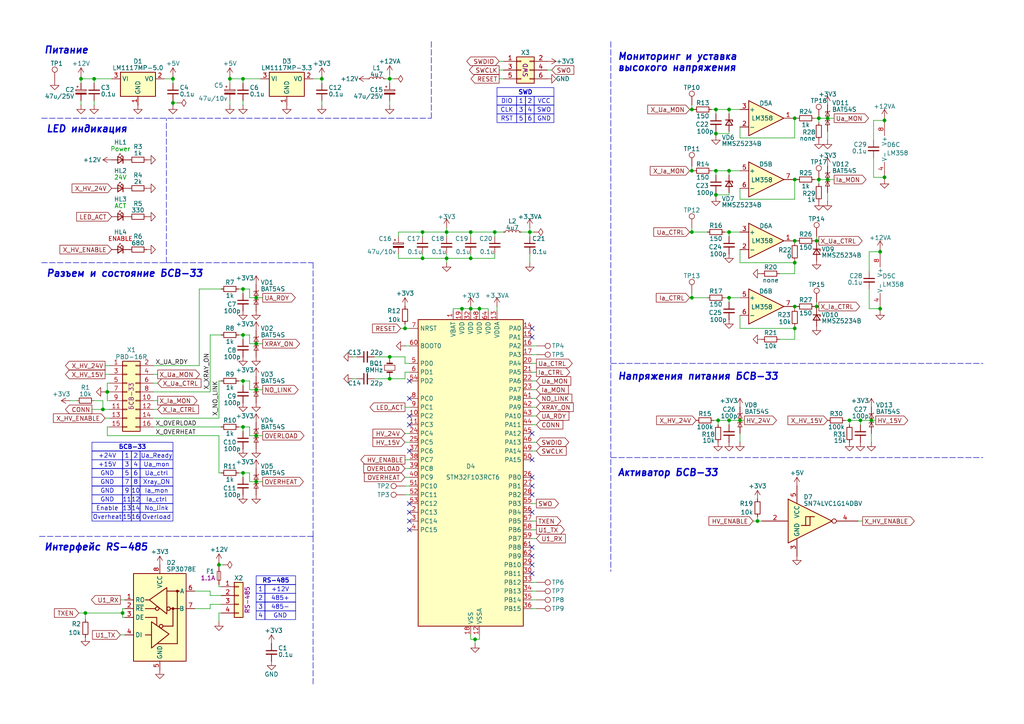
<source format=kicad_sch>
(kicad_sch
	(version 20231120)
	(generator "eeschema")
	(generator_version "8.0")
	(uuid "6c65de10-338a-453a-825b-2efbb4a3a4c6")
	(paper "A4")
	(title_block
		(title "RS485_BSV")
		(rev "1")
		(company "ООО \"Экросхим\"")
		(comment 1 "Антон Мухин")
	)
	
	(junction
		(at 137.795 185.42)
		(diameter 0)
		(color 0 0 0 0)
		(uuid "028f75c9-d258-4904-87ba-7069c7214d14")
	)
	(junction
		(at 113.03 109.855)
		(diameter 0)
		(color 0 0 0 0)
		(uuid "07d2f221-592d-4fa5-bc0a-5be6a9d64076")
	)
	(junction
		(at 211.455 49.53)
		(diameter 0)
		(color 0 0 0 0)
		(uuid "142f5400-f47f-47e0-95ff-840207fdaa9a")
	)
	(junction
		(at 153.67 67.31)
		(diameter 0)
		(color 0 0 0 0)
		(uuid "1567a187-8bba-4052-b369-9b3cccca3c0c")
	)
	(junction
		(at 113.03 22.86)
		(diameter 0)
		(color 0 0 0 0)
		(uuid "18465d2c-b2f3-4653-8b81-1db6a6c44b37")
	)
	(junction
		(at 230.505 52.07)
		(diameter 0)
		(color 0 0 0 0)
		(uuid "18a7e549-e86e-4e76-846d-76da442098b5")
	)
	(junction
		(at 200.66 86.36)
		(diameter 0)
		(color 0 0 0 0)
		(uuid "1924b925-4fc2-4c56-94b1-d6bd4f288edc")
	)
	(junction
		(at 211.455 86.36)
		(diameter 0)
		(color 0 0 0 0)
		(uuid "1a3a0cbe-399a-4b04-a6c1-2301a8819294")
	)
	(junction
		(at 70.485 22.86)
		(diameter 0)
		(color 0 0 0 0)
		(uuid "1fda85d9-9523-4a24-84ad-7129a5d4dab0")
	)
	(junction
		(at 211.455 121.92)
		(diameter 0)
		(color 0 0 0 0)
		(uuid "201cb554-f15c-4ed6-8800-f665e2a45886")
	)
	(junction
		(at 74.295 126.365)
		(diameter 0)
		(color 0 0 0 0)
		(uuid "2a17aedd-31ad-4930-be04-0e5dd93fdc58")
	)
	(junction
		(at 214.63 121.92)
		(diameter 0)
		(color 0 0 0 0)
		(uuid "2b650fe2-2fcf-4af2-8833-7461857a13eb")
	)
	(junction
		(at 117.475 95.25)
		(diameter 0)
		(color 0 0 0 0)
		(uuid "32c8fb3e-6757-4004-88a6-eab9fc4c266b")
	)
	(junction
		(at 246.38 121.92)
		(diameter 0)
		(color 0 0 0 0)
		(uuid "387a3d09-4a2d-482d-8fed-8b0509d74470")
	)
	(junction
		(at 27.305 22.86)
		(diameter 0)
		(color 0 0 0 0)
		(uuid "3963be55-fe21-4423-971b-cfd39aaf920f")
	)
	(junction
		(at 74.295 99.695)
		(diameter 0)
		(color 0 0 0 0)
		(uuid "39ad3b18-dabd-4482-8625-2e1970e1c579")
	)
	(junction
		(at 136.525 74.93)
		(diameter 0)
		(color 0 0 0 0)
		(uuid "3a9cc08f-ae2d-48fc-b254-d2db11ef9972")
	)
	(junction
		(at 207.645 38.735)
		(diameter 0)
		(color 0 0 0 0)
		(uuid "41f7dcc6-c779-4f7b-91b5-f127b0734a1d")
	)
	(junction
		(at 236.855 88.9)
		(diameter 0)
		(color 0 0 0 0)
		(uuid "45cfe5f4-4efa-497e-afd8-deec13d67d37")
	)
	(junction
		(at 207.645 49.53)
		(diameter 0)
		(color 0 0 0 0)
		(uuid "51369cf9-eaff-4b19-8628-56fd7e25c67d")
	)
	(junction
		(at 50.165 29.845)
		(diameter 0)
		(color 0 0 0 0)
		(uuid "525ebe3d-f493-4a52-9ca1-9943a9e6f157")
	)
	(junction
		(at 129.54 67.31)
		(diameter 0)
		(color 0 0 0 0)
		(uuid "5342a01d-1005-4fb1-a972-4610f611c9b7")
	)
	(junction
		(at 70.485 137.16)
		(diameter 0)
		(color 0 0 0 0)
		(uuid "535ad066-6b0e-46e2-8801-214176aa0a5f")
	)
	(junction
		(at 237.49 52.07)
		(diameter 0)
		(color 0 0 0 0)
		(uuid "5373bb7e-624d-4834-961e-74a70b38dd82")
	)
	(junction
		(at 74.295 86.36)
		(diameter 0)
		(color 0 0 0 0)
		(uuid "5a29dc6e-11ad-4d6b-84c0-3c3d383c1aa8")
	)
	(junction
		(at 240.03 52.07)
		(diameter 0)
		(color 0 0 0 0)
		(uuid "6082c125-3945-4596-ae4e-115d5aef4d60")
	)
	(junction
		(at 200.66 31.75)
		(diameter 0)
		(color 0 0 0 0)
		(uuid "63f2b922-6000-41af-9a2f-a6f469b164ae")
	)
	(junction
		(at 230.505 76.2)
		(diameter 0)
		(color 0 0 0 0)
		(uuid "650b11d4-4a51-4648-9063-2f51e5d35028")
	)
	(junction
		(at 70.485 110.49)
		(diameter 0)
		(color 0 0 0 0)
		(uuid "67f54780-34b0-4707-b6d2-06679fa8529f")
	)
	(junction
		(at 207.645 56.515)
		(diameter 0)
		(color 0 0 0 0)
		(uuid "6b43de8d-ca16-47e3-bf60-30d1bb7f10b5")
	)
	(junction
		(at 70.485 97.155)
		(diameter 0)
		(color 0 0 0 0)
		(uuid "7d53c3ef-ba5f-43fc-b2f7-56efdf61d9f5")
	)
	(junction
		(at 23.495 22.86)
		(diameter 0)
		(color 0 0 0 0)
		(uuid "832a5b57-9a12-42fb-ab0f-df4a71c69ea8")
	)
	(junction
		(at 240.03 34.29)
		(diameter 0)
		(color 0 0 0 0)
		(uuid "841e06ab-1abb-48de-b8ea-3bdebb0d6a0f")
	)
	(junction
		(at 211.455 31.75)
		(diameter 0)
		(color 0 0 0 0)
		(uuid "88503189-f7fd-4f4d-9c2e-735031abe3fd")
	)
	(junction
		(at 256.54 51.435)
		(diameter 0)
		(color 0 0 0 0)
		(uuid "8c2a2a56-5003-4ced-aec4-4fecbc8a3beb")
	)
	(junction
		(at 136.525 89.535)
		(diameter 0)
		(color 0 0 0 0)
		(uuid "8f86a596-ff74-4806-93b1-b29436112164")
	)
	(junction
		(at 74.295 139.7)
		(diameter 0)
		(color 0 0 0 0)
		(uuid "9022db8d-4b75-4522-9472-750c0ec0164e")
	)
	(junction
		(at 29.845 118.745)
		(diameter 0)
		(color 0 0 0 0)
		(uuid "93d25117-3ffd-4009-93db-427d97203cc7")
	)
	(junction
		(at 208.28 121.92)
		(diameter 0)
		(color 0 0 0 0)
		(uuid "96bdb90e-0ae5-4b55-bbd7-b4b0f5cb1954")
	)
	(junction
		(at 66.675 22.86)
		(diameter 0)
		(color 0 0 0 0)
		(uuid "98a80fd5-ad61-477b-a0b1-ba8de1e33e9a")
	)
	(junction
		(at 139.065 89.535)
		(diameter 0)
		(color 0 0 0 0)
		(uuid "98c818b3-c907-492f-bf54-a5f90559103f")
	)
	(junction
		(at 74.295 113.03)
		(diameter 0)
		(color 0 0 0 0)
		(uuid "9d203400-e902-4760-bb7a-ada64c19b417")
	)
	(junction
		(at 129.54 74.93)
		(diameter 0)
		(color 0 0 0 0)
		(uuid "9d6e2cec-0cc1-4115-9da8-33730489b371")
	)
	(junction
		(at 255.27 89.535)
		(diameter 0)
		(color 0 0 0 0)
		(uuid "9e77e15f-1f60-45f5-9cc0-a733427a6b1c")
	)
	(junction
		(at 256.54 34.925)
		(diameter 0)
		(color 0 0 0 0)
		(uuid "9fc79d65-ce08-4a3b-ad09-4b202bf8ef39")
	)
	(junction
		(at 211.455 67.31)
		(diameter 0)
		(color 0 0 0 0)
		(uuid "a38f550d-8f14-468f-845d-b87b15186dd4")
	)
	(junction
		(at 219.71 151.13)
		(diameter 0)
		(color 0 0 0 0)
		(uuid "a8526302-b825-4b7a-a5fb-4f5e9948dfff")
	)
	(junction
		(at 70.485 123.825)
		(diameter 0)
		(color 0 0 0 0)
		(uuid "a9e8073f-31a6-45fa-b1c5-2d6686822aa2")
	)
	(junction
		(at 230.505 88.9)
		(diameter 0)
		(color 0 0 0 0)
		(uuid "ad1c0991-15b1-471f-8c72-32ea60383613")
	)
	(junction
		(at 122.555 74.93)
		(diameter 0)
		(color 0 0 0 0)
		(uuid "aed9a682-19c4-4da4-8319-d7e2b1c5341d")
	)
	(junction
		(at 70.485 83.82)
		(diameter 0)
		(color 0 0 0 0)
		(uuid "b07be636-9cd6-4689-8a5f-8bee901a1dda")
	)
	(junction
		(at 133.985 89.535)
		(diameter 0)
		(color 0 0 0 0)
		(uuid "b1935ccc-60df-4dc2-bff0-9e97b19f7588")
	)
	(junction
		(at 252.73 121.92)
		(diameter 0)
		(color 0 0 0 0)
		(uuid "b4e62bf5-f9fd-4995-bd1e-13a9dcaa276f")
	)
	(junction
		(at 35.56 177.8)
		(diameter 0)
		(color 0 0 0 0)
		(uuid "b7de33cc-5682-4dfe-a67d-ab598523ae35")
	)
	(junction
		(at 200.66 49.53)
		(diameter 0)
		(color 0 0 0 0)
		(uuid "c001de54-f963-4bbe-a143-8cbf7fb9b02f")
	)
	(junction
		(at 50.165 22.86)
		(diameter 0)
		(color 0 0 0 0)
		(uuid "c4156526-00b3-4594-83fb-a9a66578b3b5")
	)
	(junction
		(at 200.66 67.31)
		(diameter 0)
		(color 0 0 0 0)
		(uuid "c50f2e61-5316-4300-9023-051cd1c70187")
	)
	(junction
		(at 113.03 103.505)
		(diameter 0)
		(color 0 0 0 0)
		(uuid "c80d926e-8b6c-4f76-9994-ddb05aa7c72a")
	)
	(junction
		(at 136.525 67.31)
		(diameter 0)
		(color 0 0 0 0)
		(uuid "c9ea5cbe-0d13-4af9-95ab-000eaf1c7952")
	)
	(junction
		(at 236.855 69.85)
		(diameter 0)
		(color 0 0 0 0)
		(uuid "ca582ff7-5258-4289-a3a0-34d4aee868e0")
	)
	(junction
		(at 230.505 34.29)
		(diameter 0)
		(color 0 0 0 0)
		(uuid "cce94616-07be-4230-b67f-01b7b9f2fb38")
	)
	(junction
		(at 230.505 69.85)
		(diameter 0)
		(color 0 0 0 0)
		(uuid "cdce00ae-dbdd-44ad-a5e2-6bb57bcc3eaf")
	)
	(junction
		(at 31.115 113.665)
		(diameter 0)
		(color 0 0 0 0)
		(uuid "cf2bf728-da23-4677-8ce6-6d4845f2a843")
	)
	(junction
		(at 207.645 31.75)
		(diameter 0)
		(color 0 0 0 0)
		(uuid "d535521d-214f-4c03-ac8f-153454fd1ebe")
	)
	(junction
		(at 24.765 177.8)
		(diameter 0)
		(color 0 0 0 0)
		(uuid "d7a8f334-bd8b-4096-b721-5bc833248303")
	)
	(junction
		(at 230.505 95.25)
		(diameter 0)
		(color 0 0 0 0)
		(uuid "dd7016ba-6cb9-44c4-aa5c-98f02041eb6f")
	)
	(junction
		(at 249.555 121.92)
		(diameter 0)
		(color 0 0 0 0)
		(uuid "dded562e-6bd6-4a8f-a0c8-51b88b4f413b")
	)
	(junction
		(at 93.345 22.86)
		(diameter 0)
		(color 0 0 0 0)
		(uuid "e06691ed-a425-4955-8b27-5e0d25eca17f")
	)
	(junction
		(at 143.51 67.31)
		(diameter 0)
		(color 0 0 0 0)
		(uuid "e43ab1a2-4521-41b1-be9a-3c4c2df6ac5d")
	)
	(junction
		(at 63.5 163.83)
		(diameter 0)
		(color 0 0 0 0)
		(uuid "e65fac82-1b6c-47c3-aba0-a897edb9d695")
	)
	(junction
		(at 255.27 73.025)
		(diameter 0)
		(color 0 0 0 0)
		(uuid "f0439937-81fa-4d7e-9f4f-b43961265c2e")
	)
	(junction
		(at 122.555 67.31)
		(diameter 0)
		(color 0 0 0 0)
		(uuid "f5c0138d-f900-4f37-9ef6-cf6157ebb2db")
	)
	(junction
		(at 237.49 34.29)
		(diameter 0)
		(color 0 0 0 0)
		(uuid "fb9d993b-685f-4bca-a7c0-794e76bbe83a")
	)
	(no_connect
		(at 118.745 153.67)
		(uuid "0834aeb8-08ea-4bb3-84ac-18cfcb52ef26")
	)
	(no_connect
		(at 118.745 115.57)
		(uuid "0ad6f0e4-1fa6-48b0-b101-61a95672f9a0")
	)
	(no_connect
		(at 118.745 151.13)
		(uuid "0e7ff874-4a3c-4f53-9566-caec51cc5c73")
	)
	(no_connect
		(at 154.305 143.51)
		(uuid "1168b790-c158-4bc5-b993-0509710be6ae")
	)
	(no_connect
		(at 118.745 148.59)
		(uuid "197854e8-6ac9-4314-b11e-85ce7c1bc8ca")
	)
	(no_connect
		(at 154.305 166.37)
		(uuid "1d029e18-04e6-4b8a-9bbe-04176ae73e7e")
	)
	(no_connect
		(at 154.305 148.59)
		(uuid "27645f68-7a86-4afc-b2ff-5128f78c8db8")
	)
	(no_connect
		(at 118.745 110.49)
		(uuid "2fa91cad-ffd7-475e-aa67-1624066e681f")
	)
	(no_connect
		(at 154.305 125.73)
		(uuid "3b463ab6-f5f9-44b3-a4be-1203881addca")
	)
	(no_connect
		(at 118.745 120.65)
		(uuid "4c434255-1bfc-4a5f-855b-cb23e74a2713")
	)
	(no_connect
		(at 154.305 140.97)
		(uuid "537669dc-1627-4a4f-a7d9-8d0b2c1e5a4a")
	)
	(no_connect
		(at 154.305 97.79)
		(uuid "551972c5-f945-4957-a485-2092100fb9bd")
	)
	(no_connect
		(at 154.305 95.25)
		(uuid "59e286dd-76fb-4f27-adef-7106d187d064")
	)
	(no_connect
		(at 154.305 138.43)
		(uuid "5c7b122d-d5d0-4972-b431-a6cd4a7e25e7")
	)
	(no_connect
		(at 154.305 161.29)
		(uuid "66e0c3fa-4be9-4ccd-b614-d91cb3c22c98")
	)
	(no_connect
		(at 154.305 163.83)
		(uuid "6b369e54-ed59-4e00-9d8e-029d5f39b60e")
	)
	(no_connect
		(at 154.305 133.35)
		(uuid "a805e864-6f13-4e7d-91e3-20fcd73eb516")
	)
	(no_connect
		(at 118.745 146.05)
		(uuid "af9622c2-776d-4a10-aed3-3bb05ae9721e")
	)
	(no_connect
		(at 154.305 158.75)
		(uuid "b693ae24-c993-4031-be2e-e42ffd9571b5")
	)
	(no_connect
		(at 118.745 123.19)
		(uuid "b778fa1e-75ca-480e-954b-7b31b8a6a4d4")
	)
	(no_connect
		(at 118.745 130.81)
		(uuid "e7c56ad5-54fe-4a2e-9d7a-421dfcf281de")
	)
	(wire
		(pts
			(xy 151.13 67.31) (xy 153.67 67.31)
		)
		(stroke
			(width 0)
			(type default)
		)
		(uuid "00ab969e-01c4-4f55-87f9-63185d980561")
	)
	(wire
		(pts
			(xy 122.555 73.66) (xy 122.555 74.93)
		)
		(stroke
			(width 0)
			(type default)
		)
		(uuid "0120f516-63ba-4324-b199-b5702a054add")
	)
	(wire
		(pts
			(xy 230.505 95.25) (xy 230.505 94.615)
		)
		(stroke
			(width 0)
			(type default)
		)
		(uuid "01f14fad-704c-4733-aa2d-7a4a30d7e211")
	)
	(wire
		(pts
			(xy 44.45 113.665) (xy 60.96 113.665)
		)
		(stroke
			(width 0)
			(type default)
		)
		(uuid "02ff17cc-cabb-4a80-a9eb-cc5427d3b016")
	)
	(wire
		(pts
			(xy 207.645 31.75) (xy 211.455 31.75)
		)
		(stroke
			(width 0)
			(type default)
		)
		(uuid "0370a8c5-8b22-42b9-9ebc-c18ba14bd879")
	)
	(wire
		(pts
			(xy 63.5 163.195) (xy 63.5 163.83)
		)
		(stroke
			(width 0)
			(type default)
		)
		(uuid "0397a6ae-d068-4399-985b-046bad321fc9")
	)
	(wire
		(pts
			(xy 214.63 36.83) (xy 214.63 40.005)
		)
		(stroke
			(width 0)
			(type default)
		)
		(uuid "05292d8b-5ead-4a23-bb96-86f795bb9e22")
	)
	(wire
		(pts
			(xy 214.63 91.44) (xy 214.63 95.25)
		)
		(stroke
			(width 0)
			(type default)
		)
		(uuid "062b6249-e3d8-4186-9aaf-4d6f33bb8a15")
	)
	(wire
		(pts
			(xy 24.765 177.8) (xy 35.56 177.8)
		)
		(stroke
			(width 0)
			(type default)
		)
		(uuid "07ca210d-0b0e-4478-85a6-e45d31b2d61e")
	)
	(wire
		(pts
			(xy 206.375 31.75) (xy 207.645 31.75)
		)
		(stroke
			(width 0)
			(type default)
		)
		(uuid "08287f04-c631-4d8b-913f-4538d188032e")
	)
	(wire
		(pts
			(xy 27.305 116.205) (xy 29.845 116.205)
		)
		(stroke
			(width 0)
			(type default)
		)
		(uuid "08b687f4-e738-4a26-8133-719e69c9e5e0")
	)
	(wire
		(pts
			(xy 211.455 31.75) (xy 214.63 31.75)
		)
		(stroke
			(width 0)
			(type default)
		)
		(uuid "09589fb2-fc95-4a9b-b278-e3eca372a352")
	)
	(polyline
		(pts
			(xy 48.26 76.2) (xy 48.26 34.29)
		)
		(stroke
			(width 0)
			(type dash)
		)
		(uuid "098b4abe-6028-4385-93fd-1a4c60fb5f41")
	)
	(wire
		(pts
			(xy 50.165 29.845) (xy 50.165 30.48)
		)
		(stroke
			(width 0)
			(type default)
		)
		(uuid "0c4db5b8-d8e9-4142-b35d-14086770ad0a")
	)
	(wire
		(pts
			(xy 115.57 74.93) (xy 122.555 74.93)
		)
		(stroke
			(width 0)
			(type default)
		)
		(uuid "0d2ff679-8ae8-4bdd-9f5e-ca0628151861")
	)
	(wire
		(pts
			(xy 45.72 108.585) (xy 44.45 108.585)
		)
		(stroke
			(width 0)
			(type default)
		)
		(uuid "0d47c742-759a-4138-a4b7-e3e2dfa17b61")
	)
	(wire
		(pts
			(xy 211.455 121.92) (xy 214.63 121.92)
		)
		(stroke
			(width 0)
			(type default)
		)
		(uuid "0eb65e20-3408-4921-adc2-ca63320d75ac")
	)
	(wire
		(pts
			(xy 214.63 95.25) (xy 230.505 95.25)
		)
		(stroke
			(width 0)
			(type default)
		)
		(uuid "10878638-b768-4f49-b90a-86562b304785")
	)
	(wire
		(pts
			(xy 70.485 83.82) (xy 70.485 85.09)
		)
		(stroke
			(width 0)
			(type default)
		)
		(uuid "109ebf84-39af-40d8-b2b8-902b4510475c")
	)
	(wire
		(pts
			(xy 29.845 116.205) (xy 29.845 118.745)
		)
		(stroke
			(width 0)
			(type default)
		)
		(uuid "116ffab9-c76e-4c64-84a6-f00597755a63")
	)
	(wire
		(pts
			(xy 63.5 137.16) (xy 64.135 137.16)
		)
		(stroke
			(width 0)
			(type default)
		)
		(uuid "123ceee3-aa74-4d8c-a260-a89c875d2d3c")
	)
	(wire
		(pts
			(xy 72.39 137.16) (xy 72.39 139.7)
		)
		(stroke
			(width 0)
			(type default)
		)
		(uuid "126e0a17-6b55-44b1-81cf-06ce515e6879")
	)
	(wire
		(pts
			(xy 129.54 74.93) (xy 136.525 74.93)
		)
		(stroke
			(width 0)
			(type default)
		)
		(uuid "12aa7981-3085-4e9b-86f6-77324a7d76d4")
	)
	(wire
		(pts
			(xy 63.5 126.365) (xy 63.5 137.16)
		)
		(stroke
			(width 0)
			(type default)
		)
		(uuid "15292b7c-784c-472e-8726-336a2f3535eb")
	)
	(wire
		(pts
			(xy 155.575 176.53) (xy 154.305 176.53)
		)
		(stroke
			(width 0)
			(type default)
		)
		(uuid "1542906d-f1fc-4260-97c6-655aa3b982fc")
	)
	(wire
		(pts
			(xy 252.095 89.535) (xy 255.27 89.535)
		)
		(stroke
			(width 0)
			(type default)
		)
		(uuid "15890e58-afed-4e0e-8764-ea9b0c4353be")
	)
	(wire
		(pts
			(xy 255.27 72.39) (xy 255.27 73.025)
		)
		(stroke
			(width 0)
			(type default)
		)
		(uuid "15f3fa0b-7af9-4fa2-a448-18f16d492f05")
	)
	(wire
		(pts
			(xy 136.525 89.535) (xy 136.525 90.17)
		)
		(stroke
			(width 0)
			(type default)
		)
		(uuid "169de1a7-00ef-406a-b7fa-32c8b46ed547")
	)
	(wire
		(pts
			(xy 70.485 83.82) (xy 72.39 83.82)
		)
		(stroke
			(width 0)
			(type default)
		)
		(uuid "16f9da02-648f-41fb-9b93-897054cef84a")
	)
	(wire
		(pts
			(xy 122.555 68.58) (xy 122.555 67.31)
		)
		(stroke
			(width 0)
			(type default)
		)
		(uuid "18f521a5-89f2-48db-a66c-f4e985c507c8")
	)
	(wire
		(pts
			(xy 155.575 130.81) (xy 154.305 130.81)
		)
		(stroke
			(width 0)
			(type default)
		)
		(uuid "1c19cca2-fa12-423a-9bff-ed125c1b5f2d")
	)
	(wire
		(pts
			(xy 117.475 93.98) (xy 117.475 95.25)
		)
		(stroke
			(width 0)
			(type default)
		)
		(uuid "1cdcd346-4185-4320-9335-911a61e0d060")
	)
	(wire
		(pts
			(xy 108.585 103.505) (xy 113.03 103.505)
		)
		(stroke
			(width 0)
			(type default)
		)
		(uuid "1dbb3eee-cb26-4f9c-8410-fff9a1ab7640")
	)
	(wire
		(pts
			(xy 240.03 58.42) (xy 240.03 55.88)
		)
		(stroke
			(width 0)
			(type default)
		)
		(uuid "1e249161-a780-4699-bcf0-9f3b051d5da1")
	)
	(wire
		(pts
			(xy 230.505 52.07) (xy 231.14 52.07)
		)
		(stroke
			(width 0)
			(type default)
		)
		(uuid "1ee53d9e-fb16-4cb0-91a8-ad25e1ec525c")
	)
	(wire
		(pts
			(xy 117.475 140.97) (xy 118.745 140.97)
		)
		(stroke
			(width 0)
			(type default)
		)
		(uuid "20b51dc5-356c-4ec8-b96b-935a6e2a29ef")
	)
	(wire
		(pts
			(xy 44.45 106.045) (xy 57.785 106.045)
		)
		(stroke
			(width 0)
			(type default)
		)
		(uuid "20f2311b-0ea2-448f-91b5-de31e2be8193")
	)
	(wire
		(pts
			(xy 35.56 179.07) (xy 35.56 177.8)
		)
		(stroke
			(width 0)
			(type default)
		)
		(uuid "22d48507-04b2-4c8c-b466-9bf5686dfde7")
	)
	(wire
		(pts
			(xy 214.63 76.2) (xy 230.505 76.2)
		)
		(stroke
			(width 0)
			(type default)
		)
		(uuid "22f19cb0-add3-485a-8760-a6bc353ff6d3")
	)
	(wire
		(pts
			(xy 70.485 97.155) (xy 70.485 98.425)
		)
		(stroke
			(width 0)
			(type default)
		)
		(uuid "246ea579-7ec1-41df-8092-707961c507bc")
	)
	(wire
		(pts
			(xy 141.605 89.535) (xy 139.065 89.535)
		)
		(stroke
			(width 0)
			(type default)
		)
		(uuid "257fad00-78c6-43bf-a1fb-f2a05a440c5d")
	)
	(wire
		(pts
			(xy 35.56 177.8) (xy 35.56 176.53)
		)
		(stroke
			(width 0)
			(type default)
		)
		(uuid "26b3038a-025c-4bf4-935e-1a3ec7a94c9e")
	)
	(wire
		(pts
			(xy 57.785 106.045) (xy 57.785 83.82)
		)
		(stroke
			(width 0)
			(type default)
		)
		(uuid "2774e1f2-cd0a-4ff5-9c9d-c6c527cc4fdb")
	)
	(wire
		(pts
			(xy 229.87 34.29) (xy 230.505 34.29)
		)
		(stroke
			(width 0)
			(type default)
		)
		(uuid "28098d02-115d-44f1-a82d-ce1eb29d50b6")
	)
	(wire
		(pts
			(xy 74.295 139.7) (xy 76.2 139.7)
		)
		(stroke
			(width 0)
			(type default)
		)
		(uuid "282e39d4-1419-4d67-804c-3d536eea48e6")
	)
	(wire
		(pts
			(xy 211.455 49.53) (xy 214.63 49.53)
		)
		(stroke
			(width 0)
			(type default)
		)
		(uuid "283be788-0298-458c-9c22-e88eafbbf37c")
	)
	(wire
		(pts
			(xy 155.575 105.41) (xy 154.305 105.41)
		)
		(stroke
			(width 0)
			(type default)
		)
		(uuid "288c4b13-3e6d-4992-ac08-86d052fbeecc")
	)
	(wire
		(pts
			(xy 117.475 138.43) (xy 118.745 138.43)
		)
		(stroke
			(width 0)
			(type default)
		)
		(uuid "28a8c4f7-7fd3-4bdd-b72d-2e8ead6a510b")
	)
	(wire
		(pts
			(xy 23.495 22.86) (xy 23.495 24.13)
		)
		(stroke
			(width 0)
			(type default)
		)
		(uuid "29477350-ba2d-4101-9b98-0886c6972ee3")
	)
	(wire
		(pts
			(xy 137.795 185.42) (xy 139.065 185.42)
		)
		(stroke
			(width 0)
			(type default)
		)
		(uuid "294c1c53-d512-4124-9a28-dca73b847fed")
	)
	(wire
		(pts
			(xy 63.5 177.8) (xy 63.5 180.34)
		)
		(stroke
			(width 0)
			(type default)
		)
		(uuid "29ab4b1d-41d8-4ed9-ae4f-f8172922f126")
	)
	(wire
		(pts
			(xy 70.485 137.16) (xy 72.39 137.16)
		)
		(stroke
			(width 0)
			(type default)
		)
		(uuid "29ed41a2-2149-423b-af84-ae9bef1b73f3")
	)
	(wire
		(pts
			(xy 252.73 125.73) (xy 252.73 128.27)
		)
		(stroke
			(width 0)
			(type default)
		)
		(uuid "2bbae60c-409f-47e6-b426-68c8cf18393f")
	)
	(polyline
		(pts
			(xy 177.165 105.41) (xy 285.115 105.41)
		)
		(stroke
			(width 0)
			(type dash)
		)
		(uuid "2c572868-fb26-448c-bf29-99582634bd4d")
	)
	(wire
		(pts
			(xy 141.605 90.17) (xy 141.605 89.535)
		)
		(stroke
			(width 0)
			(type default)
		)
		(uuid "2e26ea72-adb4-4c73-a9c4-72efb21129f2")
	)
	(wire
		(pts
			(xy 230.505 79.375) (xy 230.505 76.2)
		)
		(stroke
			(width 0)
			(type default)
		)
		(uuid "2e597503-ffec-4c71-a11b-dc9f874c871d")
	)
	(wire
		(pts
			(xy 207.01 121.92) (xy 208.28 121.92)
		)
		(stroke
			(width 0)
			(type default)
		)
		(uuid "2edde12c-d59f-4b87-b6e7-1d7ef82b75e3")
	)
	(wire
		(pts
			(xy 214.63 72.39) (xy 214.63 76.2)
		)
		(stroke
			(width 0)
			(type default)
		)
		(uuid "2fb6ce58-8e7d-427d-94cb-0de3e3afca39")
	)
	(wire
		(pts
			(xy 240.03 34.29) (xy 241.935 34.29)
		)
		(stroke
			(width 0)
			(type default)
		)
		(uuid "2fbc117e-7528-4692-bd21-b17d414f0af2")
	)
	(wire
		(pts
			(xy 117.475 109.855) (xy 113.03 109.855)
		)
		(stroke
			(width 0)
			(type default)
		)
		(uuid "30e6e9d1-f6c4-4fe3-954d-930123a182de")
	)
	(wire
		(pts
			(xy 31.115 113.665) (xy 31.75 113.665)
		)
		(stroke
			(width 0)
			(type default)
		)
		(uuid "3134252f-22ab-4706-ad27-e337aeb4e0b8")
	)
	(wire
		(pts
			(xy 207.645 57.15) (xy 207.645 56.515)
		)
		(stroke
			(width 0)
			(type default)
		)
		(uuid "31878509-7cf8-4b47-a6d3-ee7cb3051110")
	)
	(wire
		(pts
			(xy 230.505 69.85) (xy 231.14 69.85)
		)
		(stroke
			(width 0)
			(type default)
		)
		(uuid "320aef2b-8115-4e29-b370-4888f669e126")
	)
	(wire
		(pts
			(xy 45.72 111.125) (xy 44.45 111.125)
		)
		(stroke
			(width 0)
			(type default)
		)
		(uuid "3245758f-651b-444d-b45e-90bf24f3ce83")
	)
	(wire
		(pts
			(xy 200.025 67.31) (xy 200.66 67.31)
		)
		(stroke
			(width 0)
			(type default)
		)
		(uuid "336c1a9c-ad86-4085-b979-fa8e7af73b12")
	)
	(wire
		(pts
			(xy 237.49 34.29) (xy 237.49 35.56)
		)
		(stroke
			(width 0)
			(type default)
		)
		(uuid "33ef101a-850a-41b2-a8ae-ee00b797dffd")
	)
	(wire
		(pts
			(xy 136.525 185.42) (xy 137.795 185.42)
		)
		(stroke
			(width 0)
			(type default)
		)
		(uuid "3431d044-4a42-4082-8ab6-ce4445dff65c")
	)
	(wire
		(pts
			(xy 230.505 88.9) (xy 231.14 88.9)
		)
		(stroke
			(width 0)
			(type default)
		)
		(uuid "357fa9c3-92bd-48a1-879f-694cc27637d5")
	)
	(wire
		(pts
			(xy 155.575 120.65) (xy 154.305 120.65)
		)
		(stroke
			(width 0)
			(type default)
		)
		(uuid "3626f021-d722-45fb-bb0d-585a27f61b87")
	)
	(wire
		(pts
			(xy 113.03 103.505) (xy 113.03 104.14)
		)
		(stroke
			(width 0)
			(type default)
		)
		(uuid "36afa65e-aaed-467f-8eb5-46078f9d8431")
	)
	(wire
		(pts
			(xy 144.145 88.9) (xy 144.145 90.17)
		)
		(stroke
			(width 0)
			(type default)
		)
		(uuid "36defc11-29f9-426e-b687-fcb4f5dcaebd")
	)
	(wire
		(pts
			(xy 207.645 49.53) (xy 211.455 49.53)
		)
		(stroke
			(width 0)
			(type default)
		)
		(uuid "37b2fd00-08ed-417a-8a05-5c2dc578a2ad")
	)
	(wire
		(pts
			(xy 255.27 73.025) (xy 255.27 73.66)
		)
		(stroke
			(width 0)
			(type default)
		)
		(uuid "3845c0e2-4b1c-49dd-921f-23f8fea021ad")
	)
	(wire
		(pts
			(xy 117.475 107.95) (xy 117.475 109.855)
		)
		(stroke
			(width 0)
			(type default)
		)
		(uuid "389ee582-0b07-4a5a-a490-19e14ab1dd42")
	)
	(wire
		(pts
			(xy 219.71 151.13) (xy 220.98 151.13)
		)
		(stroke
			(width 0)
			(type default)
		)
		(uuid "38a3490e-6c79-4f3a-912c-174729d78567")
	)
	(wire
		(pts
			(xy 60.96 113.665) (xy 60.96 97.155)
		)
		(stroke
			(width 0)
			(type default)
		)
		(uuid "3a0700d5-75eb-45ba-9705-693a18f52b5f")
	)
	(wire
		(pts
			(xy 211.455 38.1) (xy 211.455 38.735)
		)
		(stroke
			(width 0)
			(type default)
		)
		(uuid "3a248325-2fb0-4975-a220-09b5117f3a2c")
	)
	(wire
		(pts
			(xy 237.49 52.07) (xy 237.49 53.34)
		)
		(stroke
			(width 0)
			(type default)
		)
		(uuid "3a83bf82-f5c6-457d-80a8-fe8bdfe4313c")
	)
	(wire
		(pts
			(xy 155.575 151.13) (xy 154.305 151.13)
		)
		(stroke
			(width 0)
			(type default)
		)
		(uuid "3af111f2-1320-4e8a-a2b9-fa77ff94adee")
	)
	(wire
		(pts
			(xy 211.455 49.53) (xy 211.455 50.8)
		)
		(stroke
			(width 0)
			(type default)
		)
		(uuid "3b7bd9d0-eb46-475d-92a2-d4b8668b5d84")
	)
	(wire
		(pts
			(xy 211.455 67.31) (xy 214.63 67.31)
		)
		(stroke
			(width 0)
			(type default)
		)
		(uuid "3c858e11-845a-432b-8504-14816f003830")
	)
	(wire
		(pts
			(xy 200.025 31.75) (xy 200.66 31.75)
		)
		(stroke
			(width 0)
			(type default)
		)
		(uuid "3d047e45-0762-4e0f-a655-022a349c3fe1")
	)
	(wire
		(pts
			(xy 252.095 83.82) (xy 252.095 89.535)
		)
		(stroke
			(width 0)
			(type default)
		)
		(uuid "3e7930f5-050c-4b97-9abd-f13e071135b4")
	)
	(wire
		(pts
			(xy 70.485 123.825) (xy 70.485 125.095)
		)
		(stroke
			(width 0)
			(type default)
		)
		(uuid "3f9707de-0277-44de-b34b-8ef5f5792c7b")
	)
	(wire
		(pts
			(xy 70.485 22.86) (xy 75.565 22.86)
		)
		(stroke
			(width 0)
			(type default)
		)
		(uuid "3f9cb76a-2267-44d6-9545-e1568dde90e4")
	)
	(wire
		(pts
			(xy 45.72 118.745) (xy 44.45 118.745)
		)
		(stroke
			(width 0)
			(type default)
		)
		(uuid "3fa7f5ab-7e68-4968-9ebf-2babd438aefe")
	)
	(wire
		(pts
			(xy 30.48 121.285) (xy 31.75 121.285)
		)
		(stroke
			(width 0)
			(type default)
		)
		(uuid "3fb8f159-7f0c-4c6a-a11f-b6a2fcaa96c3")
	)
	(wire
		(pts
			(xy 136.525 67.31) (xy 136.525 68.58)
		)
		(stroke
			(width 0)
			(type default)
		)
		(uuid "3ff66be5-24ea-4167-a6df-b4a2b886dd46")
	)
	(wire
		(pts
			(xy 50.165 22.225) (xy 50.165 22.86)
		)
		(stroke
			(width 0)
			(type default)
		)
		(uuid "405f1fc8-3803-41df-8be6-472c54d228d9")
	)
	(wire
		(pts
			(xy 66.675 29.21) (xy 66.675 30.48)
		)
		(stroke
			(width 0)
			(type default)
		)
		(uuid "4127633f-2b4e-48b4-888f-ec6eb116ffcb")
	)
	(wire
		(pts
			(xy 129.54 67.31) (xy 136.525 67.31)
		)
		(stroke
			(width 0)
			(type default)
		)
		(uuid "434c2c7e-8ae7-422d-a3a2-a6529f214ef7")
	)
	(wire
		(pts
			(xy 115.57 73.66) (xy 115.57 74.93)
		)
		(stroke
			(width 0)
			(type default)
		)
		(uuid "436076e8-1a33-4455-9338-cdf13e2ee2a3")
	)
	(wire
		(pts
			(xy 155.575 146.05) (xy 154.305 146.05)
		)
		(stroke
			(width 0)
			(type default)
		)
		(uuid "43e98e1d-627b-4e12-a0cc-b2e6dbcfeec3")
	)
	(wire
		(pts
			(xy 116.205 95.25) (xy 117.475 95.25)
		)
		(stroke
			(width 0)
			(type default)
		)
		(uuid "44198ad6-4707-4e39-a1fa-3c4f509dd8e3")
	)
	(wire
		(pts
			(xy 57.785 83.82) (xy 64.135 83.82)
		)
		(stroke
			(width 0)
			(type default)
		)
		(uuid "44a9906e-0fa8-4a6b-a9f5-db31672d35a2")
	)
	(wire
		(pts
			(xy 255.27 89.535) (xy 255.27 88.9)
		)
		(stroke
			(width 0)
			(type default)
		)
		(uuid "45358f9e-466d-4968-ad42-ac36120054c9")
	)
	(wire
		(pts
			(xy 229.87 52.07) (xy 230.505 52.07)
		)
		(stroke
			(width 0)
			(type default)
		)
		(uuid "4579bc35-f63a-4d08-8a46-0fa55385c310")
	)
	(wire
		(pts
			(xy 60.96 171.45) (xy 56.515 171.45)
		)
		(stroke
			(width 0)
			(type default)
		)
		(uuid "45851636-3826-4b32-873d-f408b303e837")
	)
	(wire
		(pts
			(xy 211.455 121.92) (xy 211.455 123.19)
		)
		(stroke
			(width 0)
			(type default)
		)
		(uuid "4646e1e9-09ac-4094-8a0c-31d3f9d6c6ca")
	)
	(wire
		(pts
			(xy 211.455 67.31) (xy 211.455 68.58)
		)
		(stroke
			(width 0)
			(type default)
		)
		(uuid "467b3ba2-7ac6-4c38-8af8-12b99ec77965")
	)
	(wire
		(pts
			(xy 117.475 105.41) (xy 117.475 103.505)
		)
		(stroke
			(width 0)
			(type default)
		)
		(uuid "4763563c-c8b3-4e0c-8bf4-4d9a79674d13")
	)
	(wire
		(pts
			(xy 229.87 88.9) (xy 230.505 88.9)
		)
		(stroke
			(width 0)
			(type default)
		)
		(uuid "477261df-c6cb-4bbf-b35c-9a7ac4514e37")
	)
	(wire
		(pts
			(xy 27.305 29.21) (xy 27.305 30.48)
		)
		(stroke
			(width 0)
			(type default)
		)
		(uuid "47d76363-4b09-41f9-8462-c23d5e2ea01c")
	)
	(wire
		(pts
			(xy 230.505 69.85) (xy 230.505 70.485)
		)
		(stroke
			(width 0)
			(type default)
		)
		(uuid "47f47786-b94c-4c79-80e7-90b2785cd67a")
	)
	(wire
		(pts
			(xy 117.475 143.51) (xy 118.745 143.51)
		)
		(stroke
			(width 0)
			(type default)
		)
		(uuid "48458cf7-2f4b-4ea1-8f09-005728b07166")
	)
	(wire
		(pts
			(xy 31.115 126.365) (xy 63.5 126.365)
		)
		(stroke
			(width 0)
			(type default)
		)
		(uuid "49062658-0ece-440f-bd23-b6051fc4a04b")
	)
	(wire
		(pts
			(xy 139.065 89.535) (xy 139.065 90.17)
		)
		(stroke
			(width 0)
			(type default)
		)
		(uuid "4924dcca-4e49-4602-b164-890b5f1a8147")
	)
	(wire
		(pts
			(xy 143.51 67.31) (xy 146.05 67.31)
		)
		(stroke
			(width 0)
			(type default)
		)
		(uuid "4b1c8ad5-e9d6-49cf-ba0d-2cc27bfa567c")
	)
	(wire
		(pts
			(xy 24.765 177.8) (xy 24.765 179.705)
		)
		(stroke
			(width 0)
			(type default)
		)
		(uuid "4c8f2735-0a5d-4f74-8ab0-060ef8618276")
	)
	(wire
		(pts
			(xy 230.505 57.785) (xy 230.505 52.07)
		)
		(stroke
			(width 0)
			(type default)
		)
		(uuid "4cfd96c1-1232-4c47-8839-0db1f4f587da")
	)
	(wire
		(pts
			(xy 34.925 184.15) (xy 36.195 184.15)
		)
		(stroke
			(width 0)
			(type default)
		)
		(uuid "4d0e9eca-f909-4d51-ace3-2e44406d477e")
	)
	(wire
		(pts
			(xy 139.065 89.535) (xy 139.065 88.9)
		)
		(stroke
			(width 0)
			(type default)
		)
		(uuid "4ead465d-48ce-40b9-a1fd-a1e2992c4517")
	)
	(wire
		(pts
			(xy 74.295 86.36) (xy 76.2 86.36)
		)
		(stroke
			(width 0)
			(type default)
		)
		(uuid "4f0ee174-0796-47f7-98d3-0cc809dff7d0")
	)
	(wire
		(pts
			(xy 31.115 111.125) (xy 31.115 113.665)
		)
		(stroke
			(width 0)
			(type default)
		)
		(uuid "4f3e722f-5229-434b-91ec-eb65cfaa254f")
	)
	(wire
		(pts
			(xy 117.475 135.89) (xy 118.745 135.89)
		)
		(stroke
			(width 0)
			(type default)
		)
		(uuid "4f42b17d-4e36-46df-be16-4a783e530eb4")
	)
	(polyline
		(pts
			(xy 12.065 76.2) (xy 48.26 76.2)
		)
		(stroke
			(width 0)
			(type dash)
		)
		(uuid "518df918-351f-43c1-8ba3-833e66e9fe41")
	)
	(wire
		(pts
			(xy 237.49 34.29) (xy 240.03 34.29)
		)
		(stroke
			(width 0)
			(type default)
		)
		(uuid "534ef484-e57f-4c41-834e-8c00803c9b8e")
	)
	(wire
		(pts
			(xy 117.475 133.35) (xy 118.745 133.35)
		)
		(stroke
			(width 0)
			(type default)
		)
		(uuid "543ed86d-1f2e-4065-943e-062d474e22e0")
	)
	(wire
		(pts
			(xy 155.575 107.95) (xy 154.305 107.95)
		)
		(stroke
			(width 0)
			(type default)
		)
		(uuid "545aed36-e080-4d67-8b9f-56b22e968de3")
	)
	(wire
		(pts
			(xy 23.495 29.21) (xy 23.495 30.48)
		)
		(stroke
			(width 0)
			(type default)
		)
		(uuid "54f48156-f5c5-462a-afce-837484d58336")
	)
	(polyline
		(pts
			(xy 177.165 12.065) (xy 177.165 165.735)
		)
		(stroke
			(width 0)
			(type dash)
		)
		(uuid "5777051b-eb00-4886-bad9-6bc98cac7c68")
	)
	(polyline
		(pts
			(xy 177.165 132.715) (xy 285.115 132.715)
		)
		(stroke
			(width 0)
			(type dash)
		)
		(uuid "584810c5-a0b5-42cc-91cb-e9bb1b8fe80d")
	)
	(wire
		(pts
			(xy 22.86 177.8) (xy 24.765 177.8)
		)
		(stroke
			(width 0)
			(type default)
		)
		(uuid "595b327d-f7eb-49d4-97f4-76660524596e")
	)
	(wire
		(pts
			(xy 214.63 40.005) (xy 230.505 40.005)
		)
		(stroke
			(width 0)
			(type default)
		)
		(uuid "599e5b63-3184-4ae0-988d-e63377af5521")
	)
	(wire
		(pts
			(xy 211.455 31.75) (xy 211.455 33.02)
		)
		(stroke
			(width 0)
			(type default)
		)
		(uuid "59d35ac0-18b0-4e28-972d-ec5f00b48b90")
	)
	(wire
		(pts
			(xy 66.675 22.86) (xy 70.485 22.86)
		)
		(stroke
			(width 0)
			(type default)
		)
		(uuid "5a6c482f-6dec-474e-b953-9e5ac277e666")
	)
	(wire
		(pts
			(xy 50.165 22.86) (xy 50.165 24.13)
		)
		(stroke
			(width 0)
			(type default)
		)
		(uuid "5a713af7-24ca-4e06-8559-aa7b62b20af2")
	)
	(wire
		(pts
			(xy 255.27 90.17) (xy 255.27 89.535)
		)
		(stroke
			(width 0)
			(type default)
		)
		(uuid "5aeed5ae-5d50-4b3d-85ba-83ea314d6315")
	)
	(wire
		(pts
			(xy 69.215 83.82) (xy 70.485 83.82)
		)
		(stroke
			(width 0)
			(type default)
		)
		(uuid "5c7b0d04-1f63-49ac-8d65-5a54acee3cae")
	)
	(wire
		(pts
			(xy 230.505 98.425) (xy 230.505 95.25)
		)
		(stroke
			(width 0)
			(type default)
		)
		(uuid "5ca6832a-16f0-4cf6-88d3-351330757881")
	)
	(wire
		(pts
			(xy 29.845 118.745) (xy 31.75 118.745)
		)
		(stroke
			(width 0)
			(type default)
		)
		(uuid "5cc5bbcc-2265-4080-a7a6-54778bec7afa")
	)
	(wire
		(pts
			(xy 210.185 67.31) (xy 211.455 67.31)
		)
		(stroke
			(width 0)
			(type default)
		)
		(uuid "5ce07929-2e62-4b7b-b301-0a5d5077dc60")
	)
	(wire
		(pts
			(xy 210.185 86.36) (xy 211.455 86.36)
		)
		(stroke
			(width 0)
			(type default)
		)
		(uuid "5d16ad16-7444-4b24-92a2-265411d67b3f")
	)
	(wire
		(pts
			(xy 35.56 176.53) (xy 36.195 176.53)
		)
		(stroke
			(width 0)
			(type default)
		)
		(uuid "5eaa968b-7fa3-4ccd-a07f-55d66a721ad7")
	)
	(wire
		(pts
			(xy 64.135 177.8) (xy 63.5 177.8)
		)
		(stroke
			(width 0)
			(type default)
		)
		(uuid "5eea3b24-38a7-40d0-8fe7-64899bc7bce6")
	)
	(wire
		(pts
			(xy 66.675 22.225) (xy 66.675 22.86)
		)
		(stroke
			(width 0)
			(type default)
		)
		(uuid "6168fb25-51c6-482b-a1af-7678e0299146")
	)
	(wire
		(pts
			(xy 208.28 121.92) (xy 211.455 121.92)
		)
		(stroke
			(width 0)
			(type default)
		)
		(uuid "61d19e82-ff29-4b4f-aeb7-9b241d5d5572")
	)
	(wire
		(pts
			(xy 26.67 118.745) (xy 29.845 118.745)
		)
		(stroke
			(width 0)
			(type default)
		)
		(uuid "61f2ceb5-0a1f-4a36-ad68-8b76ff5b12d6")
	)
	(wire
		(pts
			(xy 133.985 89.535) (xy 136.525 89.535)
		)
		(stroke
			(width 0)
			(type default)
		)
		(uuid "62dcb93a-9e5a-4711-9ca6-c6a6b7e02fa3")
	)
	(wire
		(pts
			(xy 230.505 40.005) (xy 230.505 34.29)
		)
		(stroke
			(width 0)
			(type default)
		)
		(uuid "62e90d70-7114-43a1-9849-c4aa114e743e")
	)
	(wire
		(pts
			(xy 154.305 123.19) (xy 155.575 123.19)
		)
		(stroke
			(width 0)
			(type default)
		)
		(uuid "63580d9b-1dc6-4536-8e32-68e93e9a3526")
	)
	(wire
		(pts
			(xy 66.675 22.86) (xy 66.675 24.13)
		)
		(stroke
			(width 0)
			(type default)
		)
		(uuid "63929f55-c5bc-43ee-b383-d5dd9b98ab47")
	)
	(polyline
		(pts
			(xy 48.26 76.2) (xy 90.805 76.2)
		)
		(stroke
			(width 0)
			(type dash)
		)
		(uuid "63a00287-40bb-4c13-a092-916f0e9ed320")
	)
	(wire
		(pts
			(xy 219.71 149.86) (xy 219.71 151.13)
		)
		(stroke
			(width 0)
			(type default)
		)
		(uuid "63b92061-f9c5-49e7-8f2d-e47df135eb58")
	)
	(wire
		(pts
			(xy 200.66 66.04) (xy 200.66 67.31)
		)
		(stroke
			(width 0)
			(type default)
		)
		(uuid "6552bdb6-ff1d-4434-ac12-596ab2c9d421")
	)
	(wire
		(pts
			(xy 129.54 74.93) (xy 129.54 76.2)
		)
		(stroke
			(width 0)
			(type default)
		)
		(uuid "65bd03f9-5879-4de9-a6ca-444babbb7b77")
	)
	(wire
		(pts
			(xy 136.525 184.15) (xy 136.525 185.42)
		)
		(stroke
			(width 0)
			(type default)
		)
		(uuid "662b6f59-2f59-4463-b6d8-d6dae922be71")
	)
	(wire
		(pts
			(xy 214.63 57.785) (xy 230.505 57.785)
		)
		(stroke
			(width 0)
			(type default)
		)
		(uuid "6771574d-83d6-4075-acd6-a1b557231422")
	)
	(wire
		(pts
			(xy 237.49 52.07) (xy 240.03 52.07)
		)
		(stroke
			(width 0)
			(type default)
		)
		(uuid "682f2f0d-b42d-415e-9b5c-fe6c37f38f93")
	)
	(wire
		(pts
			(xy 252.095 73.025) (xy 255.27 73.025)
		)
		(stroke
			(width 0)
			(type default)
		)
		(uuid "68f22a08-a92c-44f2-b3fe-e28752951ce1")
	)
	(wire
		(pts
			(xy 253.365 40.64) (xy 253.365 34.925)
		)
		(stroke
			(width 0)
			(type default)
		)
		(uuid "69f42c12-4cab-44b7-9bc7-98cbdbf54133")
	)
	(wire
		(pts
			(xy 117.475 125.73) (xy 118.745 125.73)
		)
		(stroke
			(width 0)
			(type default)
		)
		(uuid "6a42f876-6c86-4e29-b251-4e6de97fbb3b")
	)
	(wire
		(pts
			(xy 60.96 172.72) (xy 60.96 171.45)
		)
		(stroke
			(width 0)
			(type default)
		)
		(uuid "6aa60ff3-c397-418a-85c2-9740c746cdfc")
	)
	(wire
		(pts
			(xy 153.67 67.31) (xy 153.67 68.58)
		)
		(stroke
			(width 0)
			(type default)
		)
		(uuid "6b4b33fa-3897-4975-80b2-a76b5f4e9601")
	)
	(wire
		(pts
			(xy 72.39 113.03) (xy 74.295 113.03)
		)
		(stroke
			(width 0)
			(type default)
		)
		(uuid "6c0cf430-cc6a-4df9-af6f-4ab0db903bc9")
	)
	(wire
		(pts
			(xy 136.525 67.31) (xy 143.51 67.31)
		)
		(stroke
			(width 0)
			(type default)
		)
		(uuid "6cdc5052-f493-476d-b875-c324a995d250")
	)
	(wire
		(pts
			(xy 155.575 118.11) (xy 154.305 118.11)
		)
		(stroke
			(width 0)
			(type default)
		)
		(uuid "6d4488a9-c091-4f54-8d80-0547589c308d")
	)
	(wire
		(pts
			(xy 27.305 22.86) (xy 27.305 24.13)
		)
		(stroke
			(width 0)
			(type default)
		)
		(uuid "6e1d38e5-f108-4f20-9306-189824015f54")
	)
	(wire
		(pts
			(xy 64.135 175.26) (xy 60.96 175.26)
		)
		(stroke
			(width 0)
			(type default)
		)
		(uuid "6fdaf564-28c1-4f12-b4c7-1bbc55ae0651")
	)
	(wire
		(pts
			(xy 236.855 88.9) (xy 237.49 88.9)
		)
		(stroke
			(width 0)
			(type default)
		)
		(uuid "70707e8d-f97f-4fe8-8276-b55ea478b8b5")
	)
	(wire
		(pts
			(xy 144.78 22.86) (xy 146.05 22.86)
		)
		(stroke
			(width 0)
			(type default)
		)
		(uuid "70f6b2e5-e6c8-4e74-9f86-1455af68b125")
	)
	(wire
		(pts
			(xy 246.38 121.92) (xy 249.555 121.92)
		)
		(stroke
			(width 0)
			(type default)
		)
		(uuid "7151cb84-7698-419b-9b63-6e400a5760bc")
	)
	(wire
		(pts
			(xy 44.45 121.285) (xy 63.5 121.285)
		)
		(stroke
			(width 0)
			(type default)
		)
		(uuid "717bdc0a-35b3-481a-a5e8-37401a360ed6")
	)
	(wire
		(pts
			(xy 143.51 74.93) (xy 136.525 74.93)
		)
		(stroke
			(width 0)
			(type default)
		)
		(uuid "726174b1-fa69-44bb-97ef-dba00cfe3485")
	)
	(wire
		(pts
			(xy 93.345 22.225) (xy 93.345 22.86)
		)
		(stroke
			(width 0)
			(type default)
		)
		(uuid "74ae7b38-ad23-4fe1-b91e-72ef46d7711b")
	)
	(wire
		(pts
			(xy 230.505 88.9) (xy 230.505 89.535)
		)
		(stroke
			(width 0)
			(type default)
		)
		(uuid "74fc2a67-40cc-4b39-beb6-f73fa5d551b2")
	)
	(wire
		(pts
			(xy 27.305 22.86) (xy 32.385 22.86)
		)
		(stroke
			(width 0)
			(type default)
		)
		(uuid "754f1186-bde7-490b-9e92-83b0a5eaf3f8")
	)
	(wire
		(pts
			(xy 117.475 103.505) (xy 113.03 103.505)
		)
		(stroke
			(width 0)
			(type default)
		)
		(uuid "7567d7b2-3a84-40c2-8587-9dd1a31a65ca")
	)
	(wire
		(pts
			(xy 51.435 29.845) (xy 50.165 29.845)
		)
		(stroke
			(width 0)
			(type default)
		)
		(uuid "75bfb79e-acca-4c85-b22c-ee3997fe0b07")
	)
	(wire
		(pts
			(xy 72.39 110.49) (xy 72.39 113.03)
		)
		(stroke
			(width 0)
			(type default)
		)
		(uuid "7689b993-338d-4cf4-b2a9-e058a6bd9903")
	)
	(wire
		(pts
			(xy 155.575 102.87) (xy 154.305 102.87)
		)
		(stroke
			(width 0)
			(type default)
		)
		(uuid "770689a8-9007-4c85-b6ae-09b11f3e6e17")
	)
	(wire
		(pts
			(xy 226.06 79.375) (xy 230.505 79.375)
		)
		(stroke
			(width 0)
			(type default)
		)
		(uuid "77246896-55a7-4c21-84a0-2785f21b1676")
	)
	(wire
		(pts
			(xy 253.365 34.925) (xy 256.54 34.925)
		)
		(stroke
			(width 0)
			(type default)
		)
		(uuid "774a4af8-c90c-47d7-8a79-a5e178680998")
	)
	(wire
		(pts
			(xy 31.75 111.125) (xy 31.115 111.125)
		)
		(stroke
			(width 0)
			(type default)
		)
		(uuid "77e58e46-2a57-4ab9-871e-a3f34200a2e7")
	)
	(wire
		(pts
			(xy 113.03 109.855) (xy 113.03 109.22)
		)
		(stroke
			(width 0)
			(type default)
		)
		(uuid "7923edcf-79b0-467f-b689-116fb69a2219")
	)
	(wire
		(pts
			(xy 155.575 100.33) (xy 154.305 100.33)
		)
		(stroke
			(width 0)
			(type default)
		)
		(uuid "7983bf53-dfed-47f2-8e72-22df018feb69")
	)
	(wire
		(pts
			(xy 256.54 51.435) (xy 256.54 50.8)
		)
		(stroke
			(width 0)
			(type default)
		)
		(uuid "79894bbe-4a42-4fc8-8308-5fe81db3af66")
	)
	(wire
		(pts
			(xy 211.455 86.36) (xy 211.455 87.63)
		)
		(stroke
			(width 0)
			(type default)
		)
		(uuid "7bb70767-fa98-4e8d-9fcd-07c9a56629a3")
	)
	(wire
		(pts
			(xy 137.795 185.42) (xy 137.795 186.69)
		)
		(stroke
			(width 0)
			(type default)
		)
		(uuid "7c186d42-c4f7-4e46-a0ed-de0ec3040def")
	)
	(wire
		(pts
			(xy 113.03 30.48) (xy 113.03 29.21)
		)
		(stroke
			(width 0)
			(type default)
		)
		(uuid "7c835c20-2ccc-410b-9b7c-3508ebbb7417")
	)
	(wire
		(pts
			(xy 236.22 34.29) (xy 237.49 34.29)
		)
		(stroke
			(width 0)
			(type default)
		)
		(uuid "7d29453e-b978-4f86-9710-1f8959b9d99c")
	)
	(wire
		(pts
			(xy 115.57 67.31) (xy 122.555 67.31)
		)
		(stroke
			(width 0)
			(type default)
		)
		(uuid "7dad14bf-7faa-4b4f-be81-7b9410168bc7")
	)
	(wire
		(pts
			(xy 74.295 99.695) (xy 76.2 99.695)
		)
		(stroke
			(width 0)
			(type default)
		)
		(uuid "800cad31-24c7-4dbc-8564-8732ccde8423")
	)
	(wire
		(pts
			(xy 206.375 49.53) (xy 207.645 49.53)
		)
		(stroke
			(width 0)
			(type default)
		)
		(uuid "80ff83cb-0d59-4ff5-88d0-92cda69f2219")
	)
	(wire
		(pts
			(xy 64.77 163.83) (xy 63.5 163.83)
		)
		(stroke
			(width 0)
			(type default)
		)
		(uuid "8531ba28-5d1d-402d-a0dd-81da437c8f10")
	)
	(wire
		(pts
			(xy 236.855 88.9) (xy 236.855 89.535)
		)
		(stroke
			(width 0)
			(type default)
		)
		(uuid "862336da-3f7a-4193-9bf3-515c5dc79f35")
	)
	(wire
		(pts
			(xy 240.03 40.64) (xy 240.03 38.1)
		)
		(stroke
			(width 0)
			(type default)
		)
		(uuid "8635ad2f-c607-4d79-81ea-e59cea10b6bf")
	)
	(wire
		(pts
			(xy 122.555 67.31) (xy 129.54 67.31)
		)
		(stroke
			(width 0)
			(type default)
		)
		(uuid "86ddb51e-7eb3-40c7-b336-094997b2d7b6")
	)
	(wire
		(pts
			(xy 63.5 170.18) (xy 63.5 169.545)
		)
		(stroke
			(width 0)
			(type default)
		)
		(uuid "892999ef-45e6-4b2b-8f9d-889eaa10805f")
	)
	(wire
		(pts
			(xy 70.485 29.21) (xy 70.485 30.48)
		)
		(stroke
			(width 0)
			(type default)
		)
		(uuid "8af6902a-3eec-4605-b4dc-1230078d6a1c")
	)
	(wire
		(pts
			(xy 214.63 54.61) (xy 214.63 57.785)
		)
		(stroke
			(width 0)
			(type default)
		)
		(uuid "8c4709ec-3c6d-4685-9231-a87fa6df42d9")
	)
	(wire
		(pts
			(xy 200.025 86.36) (xy 200.66 86.36)
		)
		(stroke
			(width 0)
			(type default)
		)
		(uuid "8c777f92-e8ea-435c-b46b-4f4f6a538fb9")
	)
	(wire
		(pts
			(xy 249.555 121.92) (xy 252.73 121.92)
		)
		(stroke
			(width 0)
			(type default)
		)
		(uuid "8ca90886-5b82-4f67-bc6c-a7f25797d587")
	)
	(wire
		(pts
			(xy 122.555 74.93) (xy 129.54 74.93)
		)
		(stroke
			(width 0)
			(type default)
		)
		(uuid "8cd34a9c-b9d9-4042-8775-9b5fdc40888f")
	)
	(polyline
		(pts
			(xy 12.065 34.29) (xy 125.095 34.29)
		)
		(stroke
			(width 0)
			(type dash)
		)
		(uuid "8cdeea59-69e9-406f-8e52-aab2e0cd13e2")
	)
	(wire
		(pts
			(xy 200.025 49.53) (xy 200.66 49.53)
		)
		(stroke
			(width 0)
			(type default)
		)
		(uuid "8d045af1-e5f0-4c57-8ace-666b271b1f9e")
	)
	(wire
		(pts
			(xy 256.54 52.07) (xy 256.54 51.435)
		)
		(stroke
			(width 0)
			(type default)
		)
		(uuid "8f710e71-d957-4cb6-9f2a-7b40ed38fc79")
	)
	(wire
		(pts
			(xy 93.345 29.21) (xy 93.345 30.48)
		)
		(stroke
			(width 0)
			(type default)
		)
		(uuid "8fd60d4a-7cdf-467e-87af-88f2faaaf72b")
	)
	(polyline
		(pts
			(xy 125.095 12.065) (xy 125.095 34.29)
		)
		(stroke
			(width 0)
			(type dash)
		)
		(uuid "91083e9f-f526-4275-a3f8-958d6db62c99")
	)
	(wire
		(pts
			(xy 211.455 38.735) (xy 207.645 38.735)
		)
		(stroke
			(width 0)
			(type default)
		)
		(uuid "921c33f2-f412-4fb2-ad12-93902094ef06")
	)
	(wire
		(pts
			(xy 60.96 175.26) (xy 60.96 176.53)
		)
		(stroke
			(width 0)
			(type default)
		)
		(uuid "928ca7b2-39a8-4510-9186-e20eaef92ff8")
	)
	(wire
		(pts
			(xy 236.855 69.85) (xy 236.855 70.485)
		)
		(stroke
			(width 0)
			(type default)
		)
		(uuid "92bbab96-8ac0-41dc-82b4-6d4b650b3431")
	)
	(wire
		(pts
			(xy 60.96 97.155) (xy 64.135 97.155)
		)
		(stroke
			(width 0)
			(type default)
		)
		(uuid "941228af-a63d-4785-966c-5c369b3cc37f")
	)
	(wire
		(pts
			(xy 90.805 22.86) (xy 93.345 22.86)
		)
		(stroke
			(width 0)
			(type default)
		)
		(uuid "9431a207-e6de-4b49-8250-e0d318613a87")
	)
	(wire
		(pts
			(xy 218.44 151.13) (xy 219.71 151.13)
		)
		(stroke
			(width 0)
			(type default)
		)
		(uuid "9431bb8f-672a-4dc1-82be-c0c6934779f5")
	)
	(wire
		(pts
			(xy 31.115 123.825) (xy 31.75 123.825)
		)
		(stroke
			(width 0)
			(type default)
		)
		(uuid "955985ee-a0e3-4190-8b37-80071c6c30d0")
	)
	(wire
		(pts
			(xy 211.455 55.88) (xy 211.455 56.515)
		)
		(stroke
			(width 0)
			(type default)
		)
		(uuid "97352922-4ef4-4ae0-b735-28a7af1361f5")
	)
	(wire
		(pts
			(xy 229.87 69.85) (xy 230.505 69.85)
		)
		(stroke
			(width 0)
			(type default)
		)
		(uuid "98671aa8-14c2-4470-9a1f-03461c037e64")
	)
	(wire
		(pts
			(xy 74.295 126.365) (xy 76.2 126.365)
		)
		(stroke
			(width 0)
			(type default)
		)
		(uuid "988b9f46-eea6-4f4f-8184-fbfd7f5707bc")
	)
	(wire
		(pts
			(xy 131.445 90.17) (xy 131.445 89.535)
		)
		(stroke
			(width 0)
			(type default)
		)
		(uuid "98c32aed-aea8-4e4b-a44b-b9cbe7a913b6")
	)
	(polyline
		(pts
			(xy 90.805 155.575) (xy 90.805 198.755)
		)
		(stroke
			(width 0)
			(type dash)
		)
		(uuid "9a4d8d16-de5c-468a-bbe6-3724f491ab59")
	)
	(wire
		(pts
			(xy 252.095 78.74) (xy 252.095 73.025)
		)
		(stroke
			(width 0)
			(type default)
		)
		(uuid "9b7f8584-d431-411c-bee5-99920a818133")
	)
	(wire
		(pts
			(xy 248.92 151.13) (xy 250.19 151.13)
		)
		(stroke
			(width 0)
			(type default)
		)
		(uuid "9c394110-cbc8-40e9-ac9b-56662f693d6c")
	)
	(wire
		(pts
			(xy 118.745 105.41) (xy 117.475 105.41)
		)
		(stroke
			(width 0)
			(type default)
		)
		(uuid "9ce7ab8b-3ac9-415d-84a8-bbd548ee8a41")
	)
	(wire
		(pts
			(xy 47.625 22.86) (xy 50.165 22.86)
		)
		(stroke
			(width 0)
			(type default)
		)
		(uuid "9d008221-8568-4a3c-903a-e24e49aa3b93")
	)
	(wire
		(pts
			(xy 31.115 113.665) (xy 31.115 116.205)
		)
		(stroke
			(width 0)
			(type default)
		)
		(uuid "9d6e0256-3aab-4d58-955c-339966661561")
	)
	(wire
		(pts
			(xy 207.645 31.75) (xy 207.645 33.02)
		)
		(stroke
			(width 0)
			(type default)
		)
		(uuid "9d81de9e-6f2b-4c6c-ae83-8b9b836f4557")
	)
	(wire
		(pts
			(xy 240.03 52.07) (xy 241.935 52.07)
		)
		(stroke
			(width 0)
			(type default)
		)
		(uuid "9eb87462-fc80-49ac-a267-810ab5a24cca")
	)
	(wire
		(pts
			(xy 200.66 85.09) (xy 200.66 86.36)
		)
		(stroke
			(width 0)
			(type default)
		)
		(uuid "9f574005-8d5c-4bf4-b732-e4052b5f36bf")
	)
	(wire
		(pts
			(xy 207.645 49.53) (xy 207.645 50.8)
		)
		(stroke
			(width 0)
			(type default)
		)
		(uuid "9fe28a26-6c1d-4982-91bd-ed5c3c1ced58")
	)
	(wire
		(pts
			(xy 230.505 76.2) (xy 230.505 75.565)
		)
		(stroke
			(width 0)
			(type default)
		)
		(uuid "a257731b-d9a5-4f36-bb9b-36dcb3327e52")
	)
	(wire
		(pts
			(xy 74.295 113.03) (xy 76.2 113.03)
		)
		(stroke
			(width 0)
			(type default)
		)
		(uuid "a346d19a-b485-48c8-9806-4904b3609964")
	)
	(wire
		(pts
			(xy 113.03 22.86) (xy 114.3 22.86)
		)
		(stroke
			(width 0)
			(type default)
		)
		(uuid "a3e7adf3-4f18-4893-8aed-5afe5a174205")
	)
	(wire
		(pts
			(xy 155.575 128.27) (xy 154.305 128.27)
		)
		(stroke
			(width 0)
			(type default)
		)
		(uuid "a55d5f81-399c-45c3-a62b-5f2422607b10")
	)
	(wire
		(pts
			(xy 129.54 73.66) (xy 129.54 74.93)
		)
		(stroke
			(width 0)
			(type default)
		)
		(uuid "a64e5690-a648-4595-a65f-f09f1e1b8f35")
	)
	(wire
		(pts
			(xy 70.485 22.86) (xy 70.485 24.13)
		)
		(stroke
			(width 0)
			(type default)
		)
		(uuid "a68e677a-c72a-4a79-8ccf-7cb88f1c6502")
	)
	(wire
		(pts
			(xy 155.575 153.67) (xy 154.305 153.67)
		)
		(stroke
			(width 0)
			(type default)
		)
		(uuid "a8cc253c-f411-4faf-b5cd-b6801b848639")
	)
	(wire
		(pts
			(xy 93.345 22.86) (xy 93.345 24.13)
		)
		(stroke
			(width 0)
			(type default)
		)
		(uuid "a8e36373-53a2-4cec-a1b6-b2a9a3e08d9e")
	)
	(wire
		(pts
			(xy 139.065 185.42) (xy 139.065 184.15)
		)
		(stroke
			(width 0)
			(type default)
		)
		(uuid "a98f401c-3cc3-408c-858d-6753e595d7f1")
	)
	(wire
		(pts
			(xy 230.505 34.29) (xy 231.14 34.29)
		)
		(stroke
			(width 0)
			(type default)
		)
		(uuid "a9b6a107-1054-434f-866a-bee9063923e8")
	)
	(wire
		(pts
			(xy 117.475 128.27) (xy 118.745 128.27)
		)
		(stroke
			(width 0)
			(type default)
		)
		(uuid "abebff79-5736-4612-ae4b-9f9a1d3c35dd")
	)
	(wire
		(pts
			(xy 207.645 38.735) (xy 207.645 38.1)
		)
		(stroke
			(width 0)
			(type default)
		)
		(uuid "ac8b89b8-555f-4c0d-9943-8d030f3cd94e")
	)
	(wire
		(pts
			(xy 30.48 106.045) (xy 31.75 106.045)
		)
		(stroke
			(width 0)
			(type default)
		)
		(uuid "ac989f43-1aa6-48d9-89f5-f735cf66f306")
	)
	(wire
		(pts
			(xy 253.365 51.435) (xy 256.54 51.435)
		)
		(stroke
			(width 0)
			(type default)
		)
		(uuid "ad1a4613-143c-4151-ba15-4fa6f9a83923")
	)
	(wire
		(pts
			(xy 72.39 123.825) (xy 72.39 126.365)
		)
		(stroke
			(width 0)
			(type default)
		)
		(uuid "ae2a13dd-4882-4657-b18a-faa31aae358e")
	)
	(wire
		(pts
			(xy 200.66 49.53) (xy 201.295 49.53)
		)
		(stroke
			(width 0)
			(type default)
		)
		(uuid "af53874a-e6d7-4db9-83cb-4755b0b00561")
	)
	(wire
		(pts
			(xy 113.03 21.59) (xy 113.03 22.86)
		)
		(stroke
			(width 0)
			(type default)
		)
		(uuid "afa63254-dbba-4f10-9d20-3aeb82ec54cd")
	)
	(wire
		(pts
			(xy 72.39 86.36) (xy 74.295 86.36)
		)
		(stroke
			(width 0)
			(type default)
		)
		(uuid "aff26a12-84eb-4fac-8dbd-7324ab91e445")
	)
	(wire
		(pts
			(xy 45.72 116.205) (xy 44.45 116.205)
		)
		(stroke
			(width 0)
			(type default)
		)
		(uuid "b2d2ae93-6764-4484-9d3d-c74b8c5f9eee")
	)
	(wire
		(pts
			(xy 31.115 116.205) (xy 31.75 116.205)
		)
		(stroke
			(width 0)
			(type default)
		)
		(uuid "b391d2e5-8902-4f96-9401-480bbc50c656")
	)
	(wire
		(pts
			(xy 36.195 179.07) (xy 35.56 179.07)
		)
		(stroke
			(width 0)
			(type default)
		)
		(uuid "b399e230-eb89-4845-9485-d963f9f5ad86")
	)
	(wire
		(pts
			(xy 144.78 17.78) (xy 146.05 17.78)
		)
		(stroke
			(width 0)
			(type default)
		)
		(uuid "b45682b2-5374-4f59-ae8e-cb30fd094542")
	)
	(wire
		(pts
			(xy 23.495 22.225) (xy 23.495 22.86)
		)
		(stroke
			(width 0)
			(type default)
		)
		(uuid "b4aaea85-6ba8-4545-926e-46cc01165340")
	)
	(wire
		(pts
			(xy 160.02 20.32) (xy 158.75 20.32)
		)
		(stroke
			(width 0)
			(type default)
		)
		(uuid "b5176ae0-343f-40fa-a4b1-9f7ae9009028")
	)
	(wire
		(pts
			(xy 253.365 45.72) (xy 253.365 51.435)
		)
		(stroke
			(width 0)
			(type default)
		)
		(uuid "b7037aa9-35f5-4b7d-862a-41230f645d5b")
	)
	(wire
		(pts
			(xy 214.63 121.92) (xy 215.9 121.92)
		)
		(stroke
			(width 0)
			(type default)
		)
		(uuid "b7184abd-35c1-4592-9be1-13f578e5592e")
	)
	(wire
		(pts
			(xy 129.54 66.04) (xy 129.54 67.31)
		)
		(stroke
			(width 0)
			(type default)
		)
		(uuid "b7561167-5b57-4afa-97ca-a1f902e56f7a")
	)
	(wire
		(pts
			(xy 155.575 171.45) (xy 154.305 171.45)
		)
		(stroke
			(width 0)
			(type default)
		)
		(uuid "b8d624b4-6334-4800-a5d0-f4348587f5a9")
	)
	(wire
		(pts
			(xy 108.585 109.855) (xy 113.03 109.855)
		)
		(stroke
			(width 0)
			(type default)
		)
		(uuid "b96f907b-44b2-450e-8870-64b12fb933c4")
	)
	(wire
		(pts
			(xy 200.66 86.36) (xy 205.105 86.36)
		)
		(stroke
			(width 0)
			(type default)
		)
		(uuid "b9a8a493-6286-4458-8b9c-6824b4f06402")
	)
	(wire
		(pts
			(xy 155.575 168.91) (xy 154.305 168.91)
		)
		(stroke
			(width 0)
			(type default)
		)
		(uuid "baa54e84-8a81-42f0-b728-09a12e80f3c5")
	)
	(wire
		(pts
			(xy 236.22 69.85) (xy 236.855 69.85)
		)
		(stroke
			(width 0)
			(type default)
		)
		(uuid "bb9a3879-3c9c-4948-88d6-de92a55bc942")
	)
	(wire
		(pts
			(xy 236.22 88.9) (xy 236.855 88.9)
		)
		(stroke
			(width 0)
			(type default)
		)
		(uuid "bbd5bd6f-2e9a-4c5b-810c-0f3e90bfca60")
	)
	(wire
		(pts
			(xy 102.235 109.855) (xy 103.505 109.855)
		)
		(stroke
			(width 0)
			(type default)
		)
		(uuid "bc182624-f3be-43db-b32e-6f6ea20a6baf")
	)
	(wire
		(pts
			(xy 256.54 34.29) (xy 256.54 34.925)
		)
		(stroke
			(width 0)
			(type default)
		)
		(uuid "bc3d97d7-dfb1-46a3-891c-d9df02c9fb58")
	)
	(wire
		(pts
			(xy 136.525 74.93) (xy 136.525 73.66)
		)
		(stroke
			(width 0)
			(type default)
		)
		(uuid "bd049f67-173c-44c4-b223-c6256241fa93")
	)
	(wire
		(pts
			(xy 211.455 86.36) (xy 214.63 86.36)
		)
		(stroke
			(width 0)
			(type default)
		)
		(uuid "bdc6efc9-0a1a-4ebf-8c01-523f5e955343")
	)
	(wire
		(pts
			(xy 153.67 66.04) (xy 153.67 67.31)
		)
		(stroke
			(width 0)
			(type default)
		)
		(uuid "bee63802-7cc9-4988-b5f2-118132cca226")
	)
	(wire
		(pts
			(xy 113.03 22.86) (xy 113.03 24.13)
		)
		(stroke
			(width 0)
			(type default)
		)
		(uuid "bf862583-2783-4118-a1cb-7ae72d614b80")
	)
	(wire
		(pts
			(xy 207.645 39.37) (xy 207.645 38.735)
		)
		(stroke
			(width 0)
			(type default)
		)
		(uuid "bfd47da3-e259-4a39-b94b-642022b78826")
	)
	(wire
		(pts
			(xy 70.485 137.16) (xy 70.485 138.43)
		)
		(stroke
			(width 0)
			(type default)
		)
		(uuid "c19c548c-bdfa-459f-9242-c7f451f801eb")
	)
	(wire
		(pts
			(xy 200.66 30.48) (xy 200.66 31.75)
		)
		(stroke
			(width 0)
			(type default)
		)
		(uuid "c223e761-04c8-4254-9451-0551179b2b5e")
	)
	(wire
		(pts
			(xy 72.39 83.82) (xy 72.39 86.36)
		)
		(stroke
			(width 0)
			(type default)
		)
		(uuid "c53bffc6-57d5-4eba-a986-aade1c813d39")
	)
	(wire
		(pts
			(xy 72.39 126.365) (xy 74.295 126.365)
		)
		(stroke
			(width 0)
			(type default)
		)
		(uuid "c707b628-a891-438b-ad42-b35a3d391e1a")
	)
	(wire
		(pts
			(xy 144.78 20.32) (xy 146.05 20.32)
		)
		(stroke
			(width 0)
			(type default)
		)
		(uuid "c7991ff9-fbd1-4468-adf7-c70a55994883")
	)
	(wire
		(pts
			(xy 60.96 176.53) (xy 56.515 176.53)
		)
		(stroke
			(width 0)
			(type default)
		)
		(uuid "c8785d13-0c78-4e22-a458-dee19f52c17f")
	)
	(wire
		(pts
			(xy 69.215 97.155) (xy 70.485 97.155)
		)
		(stroke
			(width 0)
			(type default)
		)
		(uuid "c8b5c9de-c586-47bc-bcef-0baeebc4b07f")
	)
	(wire
		(pts
			(xy 102.235 103.505) (xy 103.505 103.505)
		)
		(stroke
			(width 0)
			(type default)
		)
		(uuid "c95cb583-4ca3-47a5-af29-3bfd5491970e")
	)
	(wire
		(pts
			(xy 155.575 115.57) (xy 154.305 115.57)
		)
		(stroke
			(width 0)
			(type default)
		)
		(uuid "c9c86a5e-08ce-4160-8b56-4fa0f5662b94")
	)
	(wire
		(pts
			(xy 131.445 89.535) (xy 133.985 89.535)
		)
		(stroke
			(width 0)
			(type default)
		)
		(uuid "ca109472-9b74-4569-a6a9-7015b85cc0a5")
	)
	(wire
		(pts
			(xy 155.575 110.49) (xy 154.305 110.49)
		)
		(stroke
			(width 0)
			(type default)
		)
		(uuid "cafa0bc4-dd45-40e7-ae5a-37b862b31af0")
	)
	(wire
		(pts
			(xy 70.485 110.49) (xy 72.39 110.49)
		)
		(stroke
			(width 0)
			(type default)
		)
		(uuid "cbe1b400-233a-4092-9d09-ef51a1be7963")
	)
	(wire
		(pts
			(xy 155.575 156.21) (xy 154.305 156.21)
		)
		(stroke
			(width 0)
			(type default)
		)
		(uuid "cec7b3ec-0a71-4e14-8d8b-f71383e75e16")
	)
	(wire
		(pts
			(xy 246.38 121.92) (xy 246.38 123.19)
		)
		(stroke
			(width 0)
			(type default)
		)
		(uuid "cf3aa0ee-5560-4f80-a4d5-d05050ecdfc8")
	)
	(wire
		(pts
			(xy 155.575 113.03) (xy 154.305 113.03)
		)
		(stroke
			(width 0)
			(type default)
		)
		(uuid "cf754e6d-20e6-4f93-9a77-f963e2ebc8a1")
	)
	(wire
		(pts
			(xy 133.985 89.535) (xy 133.985 90.17)
		)
		(stroke
			(width 0)
			(type default)
		)
		(uuid "d15f5563-2642-4711-b1eb-acd464f98adb")
	)
	(wire
		(pts
			(xy 115.57 68.58) (xy 115.57 67.31)
		)
		(stroke
			(width 0)
			(type default)
		)
		(uuid "d2120146-0284-4236-95a0-b364e3ac8a0b")
	)
	(wire
		(pts
			(xy 207.645 56.515) (xy 207.645 55.88)
		)
		(stroke
			(width 0)
			(type default)
		)
		(uuid "d3d4e0d2-2a6c-46d8-9392-c919bd12e2b5")
	)
	(wire
		(pts
			(xy 30.48 113.665) (xy 31.115 113.665)
		)
		(stroke
			(width 0)
			(type default)
		)
		(uuid "d4452c67-0461-49a8-b424-cb041982dd59")
	)
	(wire
		(pts
			(xy 153.67 73.66) (xy 153.67 76.2)
		)
		(stroke
			(width 0)
			(type default)
		)
		(uuid "d45da7d1-5c19-420c-b680-a08b2f8c18bd")
	)
	(wire
		(pts
			(xy 31.115 123.825) (xy 31.115 126.365)
		)
		(stroke
			(width 0)
			(type default)
		)
		(uuid "d63ef92c-6632-4361-a6a6-404eea719164")
	)
	(wire
		(pts
			(xy 30.48 108.585) (xy 31.75 108.585)
		)
		(stroke
			(width 0)
			(type default)
		)
		(uuid "d6fbbc78-4af1-4e75-bb19-19bba02d6b39")
	)
	(wire
		(pts
			(xy 117.475 95.25) (xy 118.745 95.25)
		)
		(stroke
			(width 0)
			(type default)
		)
		(uuid "d733b3ca-eca0-47d7-aa60-9c8e4edd3b03")
	)
	(wire
		(pts
			(xy 200.66 31.75) (xy 201.295 31.75)
		)
		(stroke
			(width 0)
			(type default)
		)
		(uuid "d7d38b58-00f7-45bb-9cca-60f8557a6b41")
	)
	(wire
		(pts
			(xy 256.54 34.925) (xy 256.54 35.56)
		)
		(stroke
			(width 0)
			(type default)
		)
		(uuid "d7ece686-ea09-4c73-ab78-e8468aa9cbee")
	)
	(wire
		(pts
			(xy 226.06 98.425) (xy 230.505 98.425)
		)
		(stroke
			(width 0)
			(type default)
		)
		(uuid "d86c8c40-fa0a-4ad7-ab49-b7862b884617")
	)
	(wire
		(pts
			(xy 136.525 88.9) (xy 136.525 89.535)
		)
		(stroke
			(width 0)
			(type default)
		)
		(uuid "d8bc8b9f-f1ce-48bc-95e0-00a236415538")
	)
	(wire
		(pts
			(xy 63.5 163.83) (xy 63.5 164.465)
		)
		(stroke
			(width 0)
			(type default)
		)
		(uuid "dbdbb54a-4ebe-4286-8bb3-44799a041ccd")
	)
	(wire
		(pts
			(xy 154.94 67.31) (xy 153.67 67.31)
		)
		(stroke
			(width 0)
			(type default)
		)
		(uuid "dd554877-70db-4b38-b11b-13800d0fc07e")
	)
	(wire
		(pts
			(xy 200.66 67.31) (xy 205.105 67.31)
		)
		(stroke
			(width 0)
			(type default)
		)
		(uuid "df63a4e8-7063-43a1-b1ba-91f232b4ef27")
	)
	(wire
		(pts
			(xy 69.215 137.16) (xy 70.485 137.16)
		)
		(stroke
			(width 0)
			(type default)
		)
		(uuid "df8257e8-646f-4526-b47f-4b1e29133c0f")
	)
	(wire
		(pts
			(xy 143.51 73.66) (xy 143.51 74.93)
		)
		(stroke
			(width 0)
			(type default)
		)
		(uuid "dfe8425d-542e-4acc-919b-a89fed53233a")
	)
	(wire
		(pts
			(xy 69.215 123.825) (xy 70.485 123.825)
		)
		(stroke
			(width 0)
			(type default)
		)
		(uuid "e044d762-fe11-4332-b3c1-b4b21eb2fda4")
	)
	(wire
		(pts
			(xy 72.39 139.7) (xy 74.295 139.7)
		)
		(stroke
			(width 0)
			(type default)
		)
		(uuid "e05aef01-c13c-4e6d-8526-6f8e663991f8")
	)
	(wire
		(pts
			(xy 63.5 110.49) (xy 64.135 110.49)
		)
		(stroke
			(width 0)
			(type default)
		)
		(uuid "e0996c9d-f4d6-4b91-b460-3daeef7653a5")
	)
	(wire
		(pts
			(xy 136.525 89.535) (xy 139.065 89.535)
		)
		(stroke
			(width 0)
			(type default)
		)
		(uuid "e235916b-dd09-4415-958b-19d13dd64445")
	)
	(wire
		(pts
			(xy 236.855 68.58) (xy 236.855 69.85)
		)
		(stroke
			(width 0)
			(type default)
		)
		(uuid "e266563d-3b5e-444e-84c1-1add0acefb1b")
	)
	(wire
		(pts
			(xy 249.555 121.92) (xy 249.555 123.19)
		)
		(stroke
			(width 0)
			(type default)
		)
		(uuid "e31f031d-208e-481a-bc26-c1959a47b5c1")
	)
	(wire
		(pts
			(xy 23.495 22.86) (xy 27.305 22.86)
		)
		(stroke
			(width 0)
			(type default)
		)
		(uuid "e38d3201-88ec-4100-845e-0a1b31f88b9f")
	)
	(wire
		(pts
			(xy 60.96 172.72) (xy 64.135 172.72)
		)
		(stroke
			(width 0)
			(type default)
		)
		(uuid "e55a95ed-dd14-44b2-9303-c6bdd6d58ac0")
	)
	(wire
		(pts
			(xy 44.45 123.825) (xy 64.135 123.825)
		)
		(stroke
			(width 0)
			(type default)
		)
		(uuid "e6c610e6-2a87-4ece-9f83-4b38c45fb583")
	)
	(wire
		(pts
			(xy 70.485 123.825) (xy 72.39 123.825)
		)
		(stroke
			(width 0)
			(type default)
		)
		(uuid "e74ba1c7-df9b-4904-9fc8-acccdfde3603")
	)
	(wire
		(pts
			(xy 129.54 67.31) (xy 129.54 68.58)
		)
		(stroke
			(width 0)
			(type default)
		)
		(uuid "e76fbf70-41ea-477c-91ca-b5b95c28f9d6")
	)
	(wire
		(pts
			(xy 63.5 121.285) (xy 63.5 110.49)
		)
		(stroke
			(width 0)
			(type default)
		)
		(uuid "e7e5244b-ae66-42a2-9224-386f43d9cc84")
	)
	(wire
		(pts
			(xy 245.11 121.92) (xy 246.38 121.92)
		)
		(stroke
			(width 0)
			(type default)
		)
		(uuid "e814f3ee-42c0-4a67-88a3-a2dbfc127d2a")
	)
	(wire
		(pts
			(xy 236.855 87.63) (xy 236.855 88.9)
		)
		(stroke
			(width 0)
			(type default)
		)
		(uuid "e8db9827-8640-4f98-becf-acbf970d366c")
	)
	(wire
		(pts
			(xy 236.22 52.07) (xy 237.49 52.07)
		)
		(stroke
			(width 0)
			(type default)
		)
		(uuid "e9a252e7-c370-4b80-b5ec-66427b695d2c")
	)
	(wire
		(pts
			(xy 214.63 125.73) (xy 214.63 128.27)
		)
		(stroke
			(width 0)
			(type default)
		)
		(uuid "eadf4956-cf52-4874-a9ed-27d5d7e0aa6c")
	)
	(wire
		(pts
			(xy 111.76 22.86) (xy 113.03 22.86)
		)
		(stroke
			(width 0)
			(type default)
		)
		(uuid "eba66ec4-845c-4576-8a85-f5349b837913")
	)
	(wire
		(pts
			(xy 50.165 29.21) (xy 50.165 29.845)
		)
		(stroke
			(width 0)
			(type default)
		)
		(uuid "ebfc2973-0735-4af9-9c7c-1e768096e26e")
	)
	(wire
		(pts
			(xy 117.475 100.33) (xy 118.745 100.33)
		)
		(stroke
			(width 0)
			(type default)
		)
		(uuid "ece2bc8f-d0ba-467e-ba43-c60ac48f896d")
	)
	(wire
		(pts
			(xy 118.745 107.95) (xy 117.475 107.95)
		)
		(stroke
			(width 0)
			(type default)
		)
		(uuid "ecfe28b2-7815-4b51-bf8c-b75a71ff92d2")
	)
	(wire
		(pts
			(xy 155.575 173.99) (xy 154.305 173.99)
		)
		(stroke
			(width 0)
			(type default)
		)
		(uuid "ef3b4ba6-284a-45dd-916c-8b375f2f8981")
	)
	(wire
		(pts
			(xy 72.39 99.695) (xy 74.295 99.695)
		)
		(stroke
			(width 0)
			(type default)
		)
		(uuid "f018040c-714d-482c-b111-fde77bb9b637")
	)
	(wire
		(pts
			(xy 208.28 121.92) (xy 208.28 123.19)
		)
		(stroke
			(width 0)
			(type default)
		)
		(uuid "f0940bed-7161-449d-a6f9-c1cd21665fa1")
	)
	(wire
		(pts
			(xy 70.485 110.49) (xy 70.485 111.76)
		)
		(stroke
			(width 0)
			(type default)
		)
		(uuid "f25cb01f-4209-4829-99db-017f5a72c17f")
	)
	(wire
		(pts
			(xy 72.39 97.155) (xy 72.39 99.695)
		)
		(stroke
			(width 0)
			(type default)
		)
		(uuid "f4fc79a6-d428-4306-9ff8-46a82f2d7395")
	)
	(wire
		(pts
			(xy 117.475 118.11) (xy 118.745 118.11)
		)
		(stroke
			(width 0)
			(type default)
		)
		(uuid "f6e7adaf-2f29-4ab2-8f8b-b2d53e2e0f84")
	)
	(wire
		(pts
			(xy 22.225 116.205) (xy 20.32 116.205)
		)
		(stroke
			(width 0)
			(type default)
		)
		(uuid "f7ae0b25-655d-4e3f-8bba-a8de0d7f1a8a")
	)
	(wire
		(pts
			(xy 64.135 170.18) (xy 63.5 170.18)
		)
		(stroke
			(width 0)
			(type default)
		)
		(uuid "f876ab55-8824-4bab-a333-4d8649d1c342")
	)
	(polyline
		(pts
			(xy 90.805 76.2) (xy 90.805 155.575)
		)
		(stroke
			(width 0)
			(type dash)
		)
		(uuid "f97c797f-33ec-4a64-a777-1c48db910e4a")
	)
	(polyline
		(pts
			(xy 11.43 155.575) (xy 90.805 155.575)
		)
		(stroke
			(width 0)
			(type dash)
		)
		(uuid "fa01305e-2a00-4993-bc07-4b5cbb73f72b")
	)
	(wire
		(pts
			(xy 252.73 121.92) (xy 254 121.92)
		)
		(stroke
			(width 0)
			(type default)
		)
		(uuid "fa383875-bb05-4f8b-bb92-3d29d236f7ef")
	)
	(wire
		(pts
			(xy 34.925 173.99) (xy 36.195 173.99)
		)
		(stroke
			(width 0)
			(type default)
		)
		(uuid "fa53e65e-ec2a-4dad-8cc8-454f29e51566")
	)
	(wire
		(pts
			(xy 70.485 97.155) (xy 72.39 97.155)
		)
		(stroke
			(width 0)
			(type default)
		)
		(uuid "fa5f54da-666b-4ef8-b876-d71613b68e60")
	)
	(wire
		(pts
			(xy 211.455 56.515) (xy 207.645 56.515)
		)
		(stroke
			(width 0)
			(type default)
		)
		(uuid "fb2fe743-0a79-4db1-a127-288914a9b25c")
	)
	(wire
		(pts
			(xy 69.215 110.49) (xy 70.485 110.49)
		)
		(stroke
			(width 0)
			(type default)
		)
		(uuid "fbcf29cd-d01b-4e32-8f86-b872dbdd1ff6")
	)
	(wire
		(pts
			(xy 236.855 69.85) (xy 237.49 69.85)
		)
		(stroke
			(width 0)
			(type default)
		)
		(uuid "fd1a050a-ba2b-4ebe-b19a-ee4db7c914fb")
	)
	(wire
		(pts
			(xy 143.51 67.31) (xy 143.51 68.58)
		)
		(stroke
			(width 0)
			(type default)
		)
		(uuid "fd3e9b3f-f0c5-4c85-89a8-7227f67a64e2")
	)
	(wire
		(pts
			(xy 200.66 48.26) (xy 200.66 49.53)
		)
		(stroke
			(width 0)
			(type default)
		)
		(uuid "ff10bbbd-a778-4f64-912c-bdd07384ffb6")
	)
	(text_box "RS-485"
		(exclude_from_sim no)
		(at 74.295 167.005 0)
		(size 11.43 2.54)
		(stroke
			(width 0)
			(type default)
		)
		(fill
			(type none)
		)
		(effects
			(font
				(size 1.27 1.27)
				(thickness 0.254)
				(bold yes)
			)
		)
		(uuid "00db5b22-47e2-4859-bc70-166435c0bdc8")
	)
	(text_box "12"
		(exclude_from_sim no)
		(at 38.1 143.51 0)
		(size 2.54 2.54)
		(stroke
			(width 0)
			(type default)
		)
		(fill
			(type none)
		)
		(effects
			(font
				(size 1.27 1.27)
			)
		)
		(uuid "023b5302-9e45-44ec-b2d0-1c612fa7214d")
	)
	(text_box "1"
		(exclude_from_sim no)
		(at 74.295 169.545 0)
		(size 2.54 2.54)
		(stroke
			(width 0)
			(type default)
		)
		(fill
			(type none)
		)
		(effects
			(font
				(size 1.27 1.27)
			)
		)
		(uuid "087fefa5-248e-4934-a3e6-7a23deae4696")
	)
	(text_box "Ua_Ready"
		(exclude_from_sim no)
		(at 40.64 130.81 0)
		(size 9.525 2.54)
		(stroke
			(width 0)
			(type default)
		)
		(fill
			(type none)
		)
		(effects
			(font
				(size 1.27 1.27)
			)
		)
		(uuid "0884eff2-c674-474e-95d5-65c3aa33b5f8")
	)
	(text_box "6"
		(exclude_from_sim no)
		(at 152.4 33.02 0)
		(size 2.54 2.54)
		(stroke
			(width 0)
			(type default)
		)
		(fill
			(type none)
		)
		(effects
			(font
				(size 1.27 1.27)
			)
		)
		(uuid "0bda1740-2bd7-40fd-8165-873ddfdd6d1d")
	)
	(text_box "No_link"
		(exclude_from_sim no)
		(at 40.64 146.05 0)
		(size 9.525 2.54)
		(stroke
			(width 0)
			(type default)
		)
		(fill
			(type none)
		)
		(effects
			(font
				(size 1.27 1.27)
			)
		)
		(uuid "0cd4c6d4-a240-43db-b78a-4837597fdf18")
	)
	(text_box "15"
		(exclude_from_sim no)
		(at 35.56 148.59 0)
		(size 2.54 2.54)
		(stroke
			(width 0)
			(type default)
		)
		(fill
			(type none)
		)
		(effects
			(font
				(size 1.27 1.27)
			)
		)
		(uuid "129148ff-3cac-43a6-9093-2b22d8e53fac")
	)
	(text_box "+24V"
		(exclude_from_sim no)
		(at 26.67 130.81 0)
		(size 8.89 2.54)
		(stroke
			(width 0)
			(type default)
		)
		(fill
			(type none)
		)
		(effects
			(font
				(size 1.27 1.27)
			)
		)
		(uuid "153ab432-061e-4ffa-aba2-006b6bdc725d")
	)
	(text_box "SWD"
		(exclude_from_sim no)
		(at 144.145 25.4 0)
		(size 16.51 2.54)
		(stroke
			(width 0)
			(type default)
		)
		(fill
			(type none)
		)
		(effects
			(font
				(size 1.27 1.27)
				(thickness 0.254)
				(bold yes)
			)
		)
		(uuid "16a33410-b78b-498d-a677-22533472ae59")
	)
	(text_box "GND"
		(exclude_from_sim no)
		(at 26.67 135.89 0)
		(size 8.89 2.54)
		(stroke
			(width 0)
			(type default)
		)
		(fill
			(type none)
		)
		(effects
			(font
				(size 1.27 1.27)
			)
		)
		(uuid "1d47f240-4eeb-4360-9990-c74fc8b413b4")
	)
	(text_box "4"
		(exclude_from_sim no)
		(at 74.295 177.165 0)
		(size 2.54 2.54)
		(stroke
			(width 0)
			(type default)
		)
		(fill
			(type none)
		)
		(effects
			(font
				(size 1.27 1.27)
			)
		)
		(uuid "2333d58f-dbcc-4cfa-8182-c16a78057c66")
	)
	(text_box "3"
		(exclude_from_sim no)
		(at 74.295 174.625 0)
		(size 2.54 2.54)
		(stroke
			(width 0)
			(type default)
		)
		(fill
			(type none)
		)
		(effects
			(font
				(size 1.27 1.27)
			)
		)
		(uuid "2449b10c-1f38-4ef5-b764-371f3629e567")
	)
	(text_box "2"
		(exclude_from_sim no)
		(at 38.1 130.81 0)
		(size 2.54 2.54)
		(stroke
			(width 0)
			(type default)
		)
		(fill
			(type none)
		)
		(effects
			(font
				(size 1.27 1.27)
			)
		)
		(uuid "25fcf55b-7587-4d7f-93c1-9ca16147a66a")
	)
	(text_box "10"
		(exclude_from_sim no)
		(at 38.1 140.97 0)
		(size 2.54 2.54)
		(stroke
			(width 0)
			(type default)
		)
		(fill
			(type none)
		)
		(effects
			(font
				(size 1.27 1.27)
			)
		)
		(uuid "2ad27332-a4a4-40c0-80aa-a19cc343fd6f")
	)
	(text_box "485-"
		(exclude_from_sim no)
		(at 76.835 174.625 0)
		(size 8.89 2.54)
		(stroke
			(width 0)
			(type default)
		)
		(fill
			(type none)
		)
		(effects
			(font
				(size 1.27 1.27)
			)
		)
		(uuid "3cc9629a-5aec-422e-8096-733eab2c82f6")
	)
	(text_box "Overheat"
		(exclude_from_sim no)
		(at 26.67 148.59 0)
		(size 8.89 2.54)
		(stroke
			(width 0)
			(type default)
		)
		(fill
			(type none)
		)
		(effects
			(font
				(size 1.27 1.27)
			)
		)
		(uuid "4037e452-4427-4839-9b10-2b1736c34b0d")
	)
	(text_box "14"
		(exclude_from_sim no)
		(at 38.1 146.05 0)
		(size 2.54 2.54)
		(stroke
			(width 0)
			(type default)
		)
		(fill
			(type none)
		)
		(effects
			(font
				(size 1.27 1.27)
			)
		)
		(uuid "4088f7a0-e63f-4fbe-a790-7fa28e931350")
	)
	(text_box "БСВ-33"
		(exclude_from_sim no)
		(at 26.67 128.27 0)
		(size 23.495 2.54)
		(stroke
			(width 0)
			(type default)
		)
		(fill
			(type none)
		)
		(effects
			(font
				(size 1.27 1.27)
				(thickness 0.254)
				(bold yes)
			)
		)
		(uuid "58022976-3bf7-428d-8ed2-bb39ea4f6e1a")
	)
	(text_box "CLK"
		(exclude_from_sim no)
		(at 144.145 30.48 0)
		(size 5.715 2.54)
		(stroke
			(width 0)
			(type default)
		)
		(fill
			(type none)
		)
		(effects
			(font
				(size 1.27 1.27)
			)
		)
		(uuid "5acf5aff-0037-4928-93dd-9b5ac3adf393")
	)
	(text_box "GND"
		(exclude_from_sim no)
		(at 26.67 140.97 0)
		(size 8.89 2.54)
		(stroke
			(width 0)
			(type default)
		)
		(fill
			(type none)
		)
		(effects
			(font
				(size 1.27 1.27)
			)
		)
		(uuid "5b9203d2-e61a-4312-bc42-8f0ccf343b1f")
	)
	(text_box "4"
		(exclude_from_sim no)
		(at 38.1 133.35 0)
		(size 2.54 2.54)
		(stroke
			(width 0)
			(type default)
		)
		(fill
			(type none)
		)
		(effects
			(font
				(size 1.27 1.27)
			)
		)
		(uuid "5fab322c-ed07-45eb-a024-8b8c19977bfd")
	)
	(text_box "8"
		(exclude_from_sim no)
		(at 38.1 138.43 0)
		(size 2.54 2.54)
		(stroke
			(width 0)
			(type default)
		)
		(fill
			(type none)
		)
		(effects
			(font
				(size 1.27 1.27)
			)
		)
		(uuid "61901dc6-2397-487b-a7d0-f0469e49ba18")
	)
	(text_box "Ua_ctrl"
		(exclude_from_sim no)
		(at 40.64 135.89 0)
		(size 9.525 2.54)
		(stroke
			(width 0)
			(type default)
		)
		(fill
			(type none)
		)
		(effects
			(font
				(size 1.27 1.27)
			)
		)
		(uuid "635f5ff7-0f2f-476b-aca5-5cc4030ef776")
	)
	(text_box "13"
		(exclude_from_sim no)
		(at 35.56 146.05 0)
		(size 2.54 2.54)
		(stroke
			(width 0)
			(type default)
		)
		(fill
			(type none)
		)
		(effects
			(font
				(size 1.27 1.27)
			)
		)
		(uuid "63a5a4e5-6c2b-4d1c-b451-bf46b51babf2")
	)
	(text_box "GND"
		(exclude_from_sim no)
		(at 76.835 177.165 0)
		(size 8.89 2.54)
		(stroke
			(width 0)
			(type default)
		)
		(fill
			(type none)
		)
		(effects
			(font
				(size 1.27 1.27)
			)
		)
		(uuid "6d531afe-8308-41af-b0a6-e16aa3a86d07")
	)
	(text_box "VCC"
		(exclude_from_sim no)
		(at 154.94 27.94 0)
		(size 5.715 2.54)
		(stroke
			(width 0)
			(type default)
		)
		(fill
			(type none)
		)
		(effects
			(font
				(size 1.27 1.27)
			)
		)
		(uuid "715ae381-dd9f-4c60-b788-82b5d55ee456")
	)
	(text_box "DIO"
		(exclude_from_sim no)
		(at 144.145 27.94 0)
		(size 5.715 2.54)
		(stroke
			(width 0)
			(type default)
		)
		(fill
			(type none)
		)
		(effects
			(font
				(size 1.27 1.27)
			)
		)
		(uuid "76e5d11f-b779-4266-b46b-7f3b6782cc98")
	)
	(text_box "GND"
		(exclude_from_sim no)
		(at 26.67 138.43 0)
		(size 8.89 2.54)
		(stroke
			(width 0)
			(type default)
		)
		(fill
			(type none)
		)
		(effects
			(font
				(size 1.27 1.27)
			)
		)
		(uuid "789ef7c2-2f18-4491-97cd-8f76d72a4689")
	)
	(text_box "Overload"
		(exclude_from_sim no)
		(at 40.64 148.59 0)
		(size 9.525 2.54)
		(stroke
			(width 0)
			(type default)
		)
		(fill
			(type none)
		)
		(effects
			(font
				(size 1.27 1.27)
			)
		)
		(uuid "7a8fe899-f061-4844-ae2c-61a82bfa15cf")
	)
	(text_box "3"
		(exclude_from_sim no)
		(at 35.56 133.35 0)
		(size 2.54 2.54)
		(stroke
			(width 0)
			(type default)
		)
		(fill
			(type none)
		)
		(effects
			(font
				(size 1.27 1.27)
			)
		)
		(uuid "7c841d71-a902-45a6-bbc8-ccb07d985ab8")
	)
	(text_box "+12V"
		(exclude_from_sim no)
		(at 76.835 169.545 0)
		(size 8.89 2.54)
		(stroke
			(width 0)
			(type default)
		)
		(fill
			(type none)
		)
		(effects
			(font
				(size 1.27 1.27)
			)
		)
		(uuid "7e3f3553-6bfb-49f8-bbd2-4726e5246f97")
	)
	(text_box "Ia_mon"
		(exclude_from_sim no)
		(at 40.64 140.97 0)
		(size 9.525 2.54)
		(stroke
			(width 0)
			(type default)
		)
		(fill
			(type none)
		)
		(effects
			(font
				(size 1.27 1.27)
			)
		)
		(uuid "7e553d13-3068-4d7c-9e0b-55420c7d7ac2")
	)
	(text_box "GND"
		(exclude_from_sim no)
		(at 26.67 143.51 0)
		(size 8.89 2.54)
		(stroke
			(width 0)
			(type default)
		)
		(fill
			(type none)
		)
		(effects
			(font
				(size 1.27 1.27)
			)
		)
		(uuid "865ad429-e430-43d3-9990-c3c1869c4105")
	)
	(text_box "11"
		(exclude_from_sim no)
		(at 35.56 143.51 0)
		(size 2.54 2.54)
		(stroke
			(width 0)
			(type default)
		)
		(fill
			(type none)
		)
		(effects
			(font
				(size 1.27 1.27)
			)
		)
		(uuid "8b71eec3-35cf-48d1-bef0-965c37b63633")
	)
	(text_box "1"
		(exclude_from_sim no)
		(at 35.56 130.81 0)
		(size 2.54 2.54)
		(stroke
			(width 0)
			(type default)
		)
		(fill
			(type none)
		)
		(effects
			(font
				(size 1.27 1.27)
			)
		)
		(uuid "8ef60dcf-3b0d-482d-89bb-0c59b78ddc6e")
	)
	(text_box "5"
		(exclude_from_sim no)
		(at 35.56 135.89 0)
		(size 2.54 2.54)
		(stroke
			(width 0)
			(type default)
		)
		(fill
			(type none)
		)
		(effects
			(font
				(size 1.27 1.27)
			)
		)
		(uuid "90ddb583-9d98-41c2-a0e9-f82856c3ebbe")
	)
	(text_box "5"
		(exclude_from_sim no)
		(at 149.86 33.02 0)
		(size 2.54 2.54)
		(stroke
			(width 0)
			(type default)
		)
		(fill
			(type none)
		)
		(effects
			(font
				(size 1.27 1.27)
			)
		)
		(uuid "9a11dd1f-e4ff-42a7-ba14-0442a4384dc9")
	)
	(text_box "RST"
		(exclude_from_sim no)
		(at 144.145 33.02 0)
		(size 5.715 2.54)
		(stroke
			(width 0)
			(type default)
		)
		(fill
			(type none)
		)
		(effects
			(font
				(size 1.27 1.27)
			)
		)
		(uuid "a4d44e4a-e72a-4b55-b8ee-d24f8c798120")
	)
	(text_box "4"
		(exclude_from_sim no)
		(at 152.4 30.48 0)
		(size 2.54 2.54)
		(stroke
			(width 0)
			(type default)
		)
		(fill
			(type none)
		)
		(effects
			(font
				(size 1.27 1.27)
			)
		)
		(uuid "ac7698ba-6cd7-45fe-9ba7-7ccbd77e3eff")
	)
	(text_box "Xray_ON"
		(exclude_from_sim no)
		(at 40.64 138.43 0)
		(size 9.525 2.54)
		(stroke
			(width 0)
			(type default)
		)
		(fill
			(type none)
		)
		(effects
			(font
				(size 1.27 1.27)
			)
		)
		(uuid "aeb47860-c067-4aa2-ad78-3c3a48bb0f89")
	)
	(text_box "3"
		(exclude_from_sim no)
		(at 149.86 30.48 0)
		(size 2.54 2.54)
		(stroke
			(width 0)
			(type default)
		)
		(fill
			(type none)
		)
		(effects
			(font
				(size 1.27 1.27)
			)
		)
		(uuid "b2890542-7817-4cf8-be45-9f70fa703cb7")
	)
	(text_box "485+"
		(exclude_from_sim no)
		(at 76.835 172.085 0)
		(size 8.89 2.54)
		(stroke
			(width 0)
			(type default)
		)
		(fill
			(type none)
		)
		(effects
			(font
				(size 1.27 1.27)
			)
		)
		(uuid "b979b531-5111-4418-a309-d9cda8c4f2ef")
	)
	(text_box "2"
		(exclude_from_sim no)
		(at 152.4 27.94 0)
		(size 2.54 2.54)
		(stroke
			(width 0)
			(type default)
		)
		(fill
			(type none)
		)
		(effects
			(font
				(size 1.27 1.27)
			)
		)
		(uuid "beb326ed-cdc7-429f-8614-d07585520d28")
	)
	(text_box "Enable"
		(exclude_from_sim no)
		(at 26.67 146.05 0)
		(size 8.89 2.54)
		(stroke
			(width 0)
			(type default)
		)
		(fill
			(type none)
		)
		(effects
			(font
				(size 1.27 1.27)
			)
		)
		(uuid "c1de727a-27ff-44ac-83ba-76a3bd14cd3a")
	)
	(text_box "16"
		(exclude_from_sim no)
		(at 38.1 148.59 0)
		(size 2.54 2.54)
		(stroke
			(width 0)
			(type default)
		)
		(fill
			(type none)
		)
		(effects
			(font
				(size 1.27 1.27)
			)
		)
		(uuid "c8bfbbf9-8025-49fd-88eb-289ad8d8c94d")
	)
	(text_box "Ia_ctrl"
		(exclude_from_sim no)
		(at 40.64 143.51 0)
		(size 9.525 2.54)
		(stroke
			(width 0)
			(type default)
		)
		(fill
			(type none)
		)
		(effects
			(font
				(size 1.27 1.27)
			)
		)
		(uuid "cdc55154-4595-4a2d-bf1d-3b16c17e3ad9")
	)
	(text_box "1"
		(exclude_from_sim no)
		(at 149.86 27.94 0)
		(size 2.54 2.54)
		(stroke
			(width 0)
			(type default)
		)
		(fill
			(type none)
		)
		(effects
			(font
				(size 1.27 1.27)
			)
		)
		(uuid "d0cd596c-cfd7-4fc9-87bf-18b8ed0826a1")
	)
	(text_box "9"
		(exclude_from_sim no)
		(at 35.56 140.97 0)
		(size 2.54 2.54)
		(stroke
			(width 0)
			(type default)
		)
		(fill
			(type none)
		)
		(effects
			(font
				(size 1.27 1.27)
			)
		)
		(uuid "d2dfc750-5c43-4fcc-b633-694fd073751f")
	)
	(text_box "Ua_mon"
		(exclude_from_sim no)
		(at 40.64 133.35 0)
		(size 9.525 2.54)
		(stroke
			(width 0)
			(type default)
		)
		(fill
			(type none)
		)
		(effects
			(font
				(size 1.27 1.27)
			)
		)
		(uuid "d4fb2ffc-a041-4b3d-975e-734a892c2b8c")
	)
	(text_box "SWO"
		(exclude_from_sim no)
		(at 154.94 30.48 0)
		(size 5.715 2.54)
		(stroke
			(width 0)
			(type default)
		)
		(fill
			(type none)
		)
		(effects
			(font
				(size 1.27 1.27)
			)
		)
		(uuid "d67a1185-b94f-4be1-8367-fb0bdb0222b7")
	)
	(text_box "2"
		(exclude_from_sim no)
		(at 74.295 172.085 0)
		(size 2.54 2.54)
		(stroke
			(width 0)
			(type default)
		)
		(fill
			(type none)
		)
		(effects
			(font
				(size 1.27 1.27)
			)
		)
		(uuid "d6819ef4-9553-4a53-876a-8a242f28a974")
	)
	(text_box "6"
		(exclude_from_sim no)
		(at 38.1 135.89 0)
		(size 2.54 2.54)
		(stroke
			(width 0)
			(type default)
		)
		(fill
			(type none)
		)
		(effects
			(font
				(size 1.27 1.27)
			)
		)
		(uuid "d85299cd-9401-45d4-bf43-2f875c163b54")
	)
	(text_box "+15V"
		(exclude_from_sim no)
		(at 26.67 133.35 0)
		(size 8.89 2.54)
		(stroke
			(width 0)
			(type default)
		)
		(fill
			(type none)
		)
		(effects
			(font
				(size 1.27 1.27)
			)
		)
		(uuid "dbb1270c-d055-4005-b0db-839b7696ca48")
	)
	(text_box "GND"
		(exclude_from_sim no)
		(at 154.94 33.02 0)
		(size 5.715 2.54)
		(stroke
			(width 0)
			(type default)
		)
		(fill
			(type none)
		)
		(effects
			(font
				(size 1.27 1.27)
			)
		)
		(uuid "e6368cd7-3438-4c60-bf1d-839c28d17028")
	)
	(text_box "7"
		(exclude_from_sim no)
		(at 35.56 138.43 0)
		(size 2.54 2.54)
		(stroke
			(width 0)
			(type default)
		)
		(fill
			(type none)
		)
		(effects
			(font
				(size 1.27 1.27)
			)
		)
		(uuid "eb4c899c-5119-471d-a9f4-1f66a2e7756f")
	)
	(text "Мониторинг и уставка\nвысокого напряжения"
		(exclude_from_sim no)
		(at 179.07 20.955 0)
		(effects
			(font
				(size 2 2)
				(thickness 0.4)
				(bold yes)
				(italic yes)
			)
			(justify left bottom)
		)
		(uuid "0131033c-7fad-4d05-a50b-bded4cb7ec40")
	)
	(text "Питание"
		(exclude_from_sim no)
		(at 12.7 15.875 0)
		(effects
			(font
				(size 2 2)
				(thickness 0.4)
				(bold yes)
				(italic yes)
			)
			(justify left bottom)
		)
		(uuid "42ebe2c3-2b53-4aef-9657-fb5eef0213eb")
	)
	(text "Активатор БСВ-33"
		(exclude_from_sim no)
		(at 179.07 138.43 0)
		(effects
			(font
				(size 2 2)
				(thickness 0.4)
				(bold yes)
				(italic yes)
			)
			(justify left bottom)
		)
		(uuid "9eb9a82e-93c2-4342-8f52-7cb1538ba525")
	)
	(text "LED индикация"
		(exclude_from_sim no)
		(at 13.335 38.735 0)
		(effects
			(font
				(size 2 2)
				(thickness 0.4)
				(bold yes)
				(italic yes)
			)
			(justify left bottom)
		)
		(uuid "b17f005e-bc28-474a-90f8-bd0c359cb31d")
	)
	(text "Напряжения питания БСВ-33"
		(exclude_from_sim no)
		(at 179.07 110.49 0)
		(effects
			(font
				(size 2 2)
				(thickness 0.4)
				(bold yes)
				(italic yes)
			)
			(justify left bottom)
		)
		(uuid "b1eb4c70-ad29-4619-ad4f-e204c44e8091")
	)
	(text "Разъем и состояние БСВ-33"
		(exclude_from_sim no)
		(at 13.335 80.645 0)
		(effects
			(font
				(size 2 2)
				(thickness 0.4)
				(bold yes)
				(italic yes)
			)
			(justify left bottom)
		)
		(uuid "b4149cef-fdae-4132-aae9-78bad16e5dd9")
	)
	(text "Интерфейс RS-485"
		(exclude_from_sim no)
		(at 12.7 160.02 0)
		(effects
			(font
				(size 2 2)
				(thickness 0.4)
				(bold yes)
				(italic yes)
			)
			(justify left bottom)
		)
		(uuid "ee47f330-2fc5-44a3-8ce3-9198da221c1d")
	)
	(label "X_OVERLOAD"
		(at 45.085 123.825 0)
		(fields_autoplaced yes)
		(effects
			(font
				(size 1.27 1.27)
			)
			(justify left bottom)
		)
		(uuid "1518abda-e4c9-4a7e-a001-6e4ab400a9ab")
	)
	(label "X_UA_RDY"
		(at 45.085 106.045 0)
		(fields_autoplaced yes)
		(effects
			(font
				(size 1.27 1.27)
			)
			(justify left bottom)
		)
		(uuid "3e8cc31b-2a1b-4a8f-b067-10d3e2e4569b")
	)
	(label "X_XRAY_ON"
		(at 60.96 113.03 90)
		(fields_autoplaced yes)
		(effects
			(font
				(size 1.27 1.27)
			)
			(justify left bottom)
		)
		(uuid "4cf300ba-a470-4f04-960a-8be0fb6a56e8")
	)
	(label "X_NO_LINK"
		(at 63.5 120.65 90)
		(fields_autoplaced yes)
		(effects
			(font
				(size 1.27 1.27)
			)
			(justify left bottom)
		)
		(uuid "4d68b5b1-22e5-495f-b4e7-d696c463c2b5")
	)
	(label "X_OVERHEAT"
		(at 45.085 126.365 0)
		(fields_autoplaced yes)
		(effects
			(font
				(size 1.27 1.27)
			)
			(justify left bottom)
		)
		(uuid "504c924d-17a5-4281-b77a-f443bd4e04e0")
	)
	(global_label "U1_TX"
		(shape input)
		(at 34.925 184.15 180)
		(fields_autoplaced yes)
		(effects
			(font
				(size 1.27 1.27)
			)
			(justify right)
		)
		(uuid "01579383-8624-4fc4-9ff1-05b5fe567328")
		(property "Intersheetrefs" "${INTERSHEET_REFS}"
			(at 26.2551 184.15 0)
			(effects
				(font
					(size 1.27 1.27)
				)
				(justify right)
				(hide yes)
			)
		)
	)
	(global_label "Ua_CTRL"
		(shape input)
		(at 200.025 67.31 180)
		(fields_autoplaced yes)
		(effects
			(font
				(size 1.27 1.27)
			)
			(justify right)
		)
		(uuid "0169fd2b-9d5f-4aa1-8f2b-53ba074f7b8a")
		(property "Intersheetrefs" "${INTERSHEET_REFS}"
			(at 189.057 67.31 0)
			(effects
				(font
					(size 1.27 1.27)
				)
				(justify right)
				(hide yes)
			)
		)
	)
	(global_label "SWDIO"
		(shape bidirectional)
		(at 144.78 17.78 180)
		(fields_autoplaced yes)
		(effects
			(font
				(size 1.27 1.27)
			)
			(justify right)
		)
		(uuid "099440b4-f5bd-4109-83d9-3414d53af626")
		(property "Intersheetrefs" "${INTERSHEET_REFS}"
			(at 134.8173 17.78 0)
			(effects
				(font
					(size 1.27 1.27)
				)
				(justify right)
				(hide yes)
			)
		)
	)
	(global_label "X_Ia_MON"
		(shape input)
		(at 200.025 49.53 180)
		(fields_autoplaced yes)
		(effects
			(font
				(size 1.27 1.27)
			)
			(justify right)
		)
		(uuid "0a55b45b-31a4-4958-8870-97a00a7fcf22")
		(property "Intersheetrefs" "${INTERSHEET_REFS}"
			(at 188.0289 49.53 0)
			(effects
				(font
					(size 1.27 1.27)
				)
				(justify right)
				(hide yes)
			)
		)
	)
	(global_label "HV_ENABLE"
		(shape output)
		(at 117.475 133.35 180)
		(fields_autoplaced yes)
		(effects
			(font
				(size 1.27 1.27)
			)
			(justify right)
		)
		(uuid "0a89ea14-daa4-4cd4-9a80-25ab285ee158")
		(property "Intersheetrefs" "${INTERSHEET_REFS}"
			(at 104.0879 133.35 0)
			(effects
				(font
					(size 1.27 1.27)
				)
				(justify right)
				(hide yes)
			)
		)
	)
	(global_label "SWDIO"
		(shape bidirectional)
		(at 155.575 128.27 0)
		(fields_autoplaced yes)
		(effects
			(font
				(size 1.27 1.27)
			)
			(justify left)
		)
		(uuid "0b8ac0d7-470f-4c42-a8be-77a3b4c451b9")
		(property "Intersheetrefs" "${INTERSHEET_REFS}"
			(at 165.5377 128.27 0)
			(effects
				(font
					(size 1.27 1.27)
				)
				(justify left)
				(hide yes)
			)
		)
	)
	(global_label "X_Ia_CTRL"
		(shape output)
		(at 237.49 88.9 0)
		(fields_autoplaced yes)
		(effects
			(font
				(size 1.27 1.27)
			)
			(justify left)
		)
		(uuid "1dc701da-ded8-4b6e-9886-6e82cbe58506")
		(property "Intersheetrefs" "${INTERSHEET_REFS}"
			(at 249.9094 88.9 0)
			(effects
				(font
					(size 1.27 1.27)
				)
				(justify left)
				(hide yes)
			)
		)
	)
	(global_label "LED_ACT"
		(shape output)
		(at 117.475 118.11 180)
		(fields_autoplaced yes)
		(effects
			(font
				(size 1.27 1.27)
			)
			(justify right)
		)
		(uuid "210506df-9112-4de4-ba57-061c6d41e3d8")
		(property "Intersheetrefs" "${INTERSHEET_REFS}"
			(at 106.7489 118.11 0)
			(effects
				(font
					(size 1.27 1.27)
				)
				(justify right)
				(hide yes)
			)
		)
	)
	(global_label "SWCLK"
		(shape input)
		(at 155.575 130.81 0)
		(fields_autoplaced yes)
		(effects
			(font
				(size 1.27 1.27)
			)
			(justify left)
		)
		(uuid "2eb8acf6-a6cf-45ac-b2a9-54de07d5e22f")
		(property "Intersheetrefs" "${INTERSHEET_REFS}"
			(at 164.7892 130.81 0)
			(effects
				(font
					(size 1.27 1.27)
				)
				(justify left)
				(hide yes)
			)
		)
	)
	(global_label "X_HV_15V"
		(shape output)
		(at 30.48 108.585 180)
		(fields_autoplaced yes)
		(effects
			(font
				(size 1.27 1.27)
			)
			(justify right)
		)
		(uuid "361e90fa-5840-47b6-b3cc-448d95600dbf")
		(property "Intersheetrefs" "${INTERSHEET_REFS}"
			(at 18.4234 108.585 0)
			(effects
				(font
					(size 1.27 1.27)
				)
				(justify right)
				(hide yes)
			)
		)
	)
	(global_label "U1_RX"
		(shape output)
		(at 34.925 173.99 180)
		(fields_autoplaced yes)
		(effects
			(font
				(size 1.27 1.27)
			)
			(justify right)
		)
		(uuid "3786da62-73df-4890-948d-96617afc0608")
		(property "Intersheetrefs" "${INTERSHEET_REFS}"
			(at 25.9527 173.99 0)
			(effects
				(font
					(size 1.27 1.27)
				)
				(justify right)
				(hide yes)
			)
		)
	)
	(global_label "RESET"
		(shape output)
		(at 144.78 22.86 180)
		(fields_autoplaced yes)
		(effects
			(font
				(size 1.27 1.27)
			)
			(justify right)
		)
		(uuid "3da6880a-92b8-4025-8e4a-2bb74cceb234")
		(property "Intersheetrefs" "${INTERSHEET_REFS}"
			(at 136.0497 22.86 0)
			(effects
				(font
					(size 1.27 1.27)
				)
				(justify right)
				(hide yes)
			)
		)
	)
	(global_label "X_HV_ENABLE"
		(shape input)
		(at 32.385 72.39 180)
		(fields_autoplaced yes)
		(effects
			(font
				(size 1.27 1.27)
			)
			(justify right)
		)
		(uuid "3e01f94f-4014-430b-851a-ba65a7c332c3")
		(property "Intersheetrefs" "${INTERSHEET_REFS}"
			(at 16.8208 72.39 0)
			(effects
				(font
					(size 1.27 1.27)
				)
				(justify right)
				(hide yes)
			)
		)
	)
	(global_label "X_Ua_CTRL"
		(shape output)
		(at 237.49 69.85 0)
		(fields_autoplaced yes)
		(effects
			(font
				(size 1.27 1.27)
			)
			(justify left)
		)
		(uuid "3edfd15a-7d75-480f-bbc7-6c77ae596ec1")
		(property "Intersheetrefs" "${INTERSHEET_REFS}"
			(at 250.6351 69.85 0)
			(effects
				(font
					(size 1.27 1.27)
				)
				(justify left)
				(hide yes)
			)
		)
	)
	(global_label "HV_24V"
		(shape output)
		(at 215.9 121.92 0)
		(fields_autoplaced yes)
		(effects
			(font
				(size 1.27 1.27)
			)
			(justify left)
		)
		(uuid "4625ad30-8617-44fb-a416-957375735a58")
		(property "Intersheetrefs" "${INTERSHEET_REFS}"
			(at 225.7795 121.92 0)
			(effects
				(font
					(size 1.27 1.27)
				)
				(justify left)
				(hide yes)
			)
		)
	)
	(global_label "CONN"
		(shape output)
		(at 26.67 118.745 180)
		(fields_autoplaced yes)
		(effects
			(font
				(size 1.27 1.27)
			)
			(justify right)
		)
		(uuid "4823ff00-0f2b-4a93-9827-68682b790eb1")
		(property "Intersheetrefs" "${INTERSHEET_REFS}"
			(at 18.4233 118.745 0)
			(effects
				(font
					(size 1.27 1.27)
				)
				(justify right)
				(hide yes)
			)
		)
	)
	(global_label "OVERHEAT"
		(shape output)
		(at 76.2 139.7 0)
		(fields_autoplaced yes)
		(effects
			(font
				(size 1.27 1.27)
			)
			(justify left)
		)
		(uuid "5a850d23-0fe6-40f2-82fe-0aa043bc5348")
		(property "Intersheetrefs" "${INTERSHEET_REFS}"
			(at 88.559 139.7 0)
			(effects
				(font
					(size 1.27 1.27)
				)
				(justify left)
				(hide yes)
			)
		)
	)
	(global_label "Ia_CTRL"
		(shape input)
		(at 200.025 86.36 180)
		(fields_autoplaced yes)
		(effects
			(font
				(size 1.27 1.27)
			)
			(justify right)
		)
		(uuid "5b75f16a-aa87-4bc5-9265-241cfa3e24c2")
		(property "Intersheetrefs" "${INTERSHEET_REFS}"
			(at 189.7827 86.36 0)
			(effects
				(font
					(size 1.27 1.27)
				)
				(justify right)
				(hide yes)
			)
		)
	)
	(global_label "CONN"
		(shape input)
		(at 155.575 123.19 0)
		(fields_autoplaced yes)
		(effects
			(font
				(size 1.27 1.27)
			)
			(justify left)
		)
		(uuid "601d7fb9-a103-4fc1-b18d-cdc55d6e2c40")
		(property "Intersheetrefs" "${INTERSHEET_REFS}"
			(at 163.8217 123.19 0)
			(effects
				(font
					(size 1.27 1.27)
				)
				(justify left)
				(hide yes)
			)
		)
	)
	(global_label "SWO"
		(shape input)
		(at 160.02 20.32 0)
		(fields_autoplaced yes)
		(effects
			(font
				(size 1.27 1.27)
			)
			(justify left)
		)
		(uuid "68a39a80-6407-4832-86a6-b89257a9dde6")
		(property "Intersheetrefs" "${INTERSHEET_REFS}"
			(at 166.9172 20.32 0)
			(effects
				(font
					(size 1.27 1.27)
				)
				(justify left)
				(hide yes)
			)
		)
	)
	(global_label "X_Ia_MON"
		(shape output)
		(at 45.72 116.205 0)
		(fields_autoplaced yes)
		(effects
			(font
				(size 1.27 1.27)
			)
			(justify left)
		)
		(uuid "71522a31-28c8-451f-94f6-6154f15a86da")
		(property "Intersheetrefs" "${INTERSHEET_REFS}"
			(at 57.7161 116.205 0)
			(effects
				(font
					(size 1.27 1.27)
				)
				(justify left)
				(hide yes)
			)
		)
	)
	(global_label "NO_LINK"
		(shape output)
		(at 76.2 113.03 0)
		(fields_autoplaced yes)
		(effects
			(font
				(size 1.27 1.27)
			)
			(justify left)
		)
		(uuid "7328dcba-ad91-4fde-8382-2583f6c25db8")
		(property "Intersheetrefs" "${INTERSHEET_REFS}"
			(at 87.0472 113.03 0)
			(effects
				(font
					(size 1.27 1.27)
				)
				(justify left)
				(hide yes)
			)
		)
	)
	(global_label "HV_24V"
		(shape input)
		(at 117.475 125.73 180)
		(fields_autoplaced yes)
		(effects
			(font
				(size 1.27 1.27)
			)
			(justify right)
		)
		(uuid "7b029214-657a-47aa-afac-09804dec96c8")
		(property "Intersheetrefs" "${INTERSHEET_REFS}"
			(at 107.5955 125.73 0)
			(effects
				(font
					(size 1.27 1.27)
				)
				(justify right)
				(hide yes)
			)
		)
	)
	(global_label "X_Ia_CTRL"
		(shape input)
		(at 45.72 118.745 0)
		(fields_autoplaced yes)
		(effects
			(font
				(size 1.27 1.27)
			)
			(justify left)
		)
		(uuid "7b90712d-cc59-49e9-aaa1-9b9d183f421d")
		(property "Intersheetrefs" "${INTERSHEET_REFS}"
			(at 58.1394 118.745 0)
			(effects
				(font
					(size 1.27 1.27)
				)
				(justify left)
				(hide yes)
			)
		)
	)
	(global_label "Ia_CTRL"
		(shape output)
		(at 155.575 107.95 0)
		(fields_autoplaced yes)
		(effects
			(font
				(size 1.27 1.27)
			)
			(justify left)
		)
		(uuid "7f01cd0d-0648-4915-ad14-9bcf12a7750c")
		(property "Intersheetrefs" "${INTERSHEET_REFS}"
			(at 165.8173 107.95 0)
			(effects
				(font
					(size 1.27 1.27)
				)
				(justify left)
				(hide yes)
			)
		)
	)
	(global_label "Ia_MON"
		(shape output)
		(at 241.935 52.07 0)
		(fields_autoplaced yes)
		(effects
			(font
				(size 1.27 1.27)
			)
			(justify left)
		)
		(uuid "8526d9c9-4cc0-4f0f-bc25-2259bcf99f1c")
		(property "Intersheetrefs" "${INTERSHEET_REFS}"
			(at 251.754 52.07 0)
			(effects
				(font
					(size 1.27 1.27)
				)
				(justify left)
				(hide yes)
			)
		)
	)
	(global_label "X_Ua_CTRL"
		(shape input)
		(at 45.72 111.125 0)
		(fields_autoplaced yes)
		(effects
			(font
				(size 1.27 1.27)
			)
			(justify left)
		)
		(uuid "85f1554b-92f4-4782-8fae-68a7d681d265")
		(property "Intersheetrefs" "${INTERSHEET_REFS}"
			(at 58.8651 111.125 0)
			(effects
				(font
					(size 1.27 1.27)
				)
				(justify left)
				(hide yes)
			)
		)
	)
	(global_label "X_HV_24V"
		(shape input)
		(at 201.93 121.92 180)
		(fields_autoplaced yes)
		(effects
			(font
				(size 1.27 1.27)
			)
			(justify right)
		)
		(uuid "874374e8-78b5-4ff9-b7e7-4b5871222f0d")
		(property "Intersheetrefs" "${INTERSHEET_REFS}"
			(at 189.8734 121.92 0)
			(effects
				(font
					(size 1.27 1.27)
				)
				(justify right)
				(hide yes)
			)
		)
	)
	(global_label "Ia_MON"
		(shape input)
		(at 155.575 113.03 0)
		(fields_autoplaced yes)
		(effects
			(font
				(size 1.27 1.27)
			)
			(justify left)
		)
		(uuid "91bead26-665a-41d1-84f1-fa91523a933b")
		(property "Intersheetrefs" "${INTERSHEET_REFS}"
			(at 165.394 113.03 0)
			(effects
				(font
					(size 1.27 1.27)
				)
				(justify left)
				(hide yes)
			)
		)
	)
	(global_label "HV_15V"
		(shape output)
		(at 254 121.92 0)
		(fields_autoplaced yes)
		(effects
			(font
				(size 1.27 1.27)
			)
			(justify left)
		)
		(uuid "94e974a6-de08-455a-917a-b118c04d6c0b")
		(property "Intersheetrefs" "${INTERSHEET_REFS}"
			(at 263.8795 121.92 0)
			(effects
				(font
					(size 1.27 1.27)
				)
				(justify left)
				(hide yes)
			)
		)
	)
	(global_label "X_HV_24V"
		(shape input)
		(at 32.385 54.61 180)
		(fields_autoplaced yes)
		(effects
			(font
				(size 1.27 1.27)
			)
			(justify right)
		)
		(uuid "a01bc47f-ceb1-4e07-a7b6-43e489c488b0")
		(property "Intersheetrefs" "${INTERSHEET_REFS}"
			(at 20.3284 54.61 0)
			(effects
				(font
					(size 1.27 1.27)
				)
				(justify right)
				(hide yes)
			)
		)
	)
	(global_label "HV_ENABLE"
		(shape input)
		(at 218.44 151.13 180)
		(fields_autoplaced yes)
		(effects
			(font
				(size 1.27 1.27)
			)
			(justify right)
		)
		(uuid "a3d49969-e2d4-4414-90d9-2e861423cf4d")
		(property "Intersheetrefs" "${INTERSHEET_REFS}"
			(at 205.0529 151.13 0)
			(effects
				(font
					(size 1.27 1.27)
				)
				(justify right)
				(hide yes)
			)
		)
	)
	(global_label "RESET"
		(shape input)
		(at 116.205 95.25 180)
		(fields_autoplaced yes)
		(effects
			(font
				(size 1.27 1.27)
			)
			(justify right)
		)
		(uuid "a76cf09f-8772-4fe0-9f91-a7f30b395cfe")
		(property "Intersheetrefs" "${INTERSHEET_REFS}"
			(at 107.4747 95.25 0)
			(effects
				(font
					(size 1.27 1.27)
				)
				(justify right)
				(hide yes)
			)
		)
	)
	(global_label "OVERLOAD"
		(shape input)
		(at 117.475 135.89 180)
		(fields_autoplaced yes)
		(effects
			(font
				(size 1.27 1.27)
			)
			(justify right)
		)
		(uuid "a98b1daa-5efb-4b6f-b9e1-fbb78bf59e73")
		(property "Intersheetrefs" "${INTERSHEET_REFS}"
			(at 104.9345 135.89 0)
			(effects
				(font
					(size 1.27 1.27)
				)
				(justify right)
				(hide yes)
			)
		)
	)
	(global_label "XRAY_ON"
		(shape input)
		(at 155.575 118.11 0)
		(fields_autoplaced yes)
		(effects
			(font
				(size 1.27 1.27)
			)
			(justify left)
		)
		(uuid "af4aa5d2-12eb-49d0-bcff-86b1fdc059ec")
		(property "Intersheetrefs" "${INTERSHEET_REFS}"
			(at 166.8455 118.11 0)
			(effects
				(font
					(size 1.27 1.27)
				)
				(justify left)
				(hide yes)
			)
		)
	)
	(global_label "OVERLOAD"
		(shape output)
		(at 76.2 126.365 0)
		(fields_autoplaced yes)
		(effects
			(font
				(size 1.27 1.27)
			)
			(justify left)
		)
		(uuid "b81d40bf-f9bb-41fe-9698-6dd474151e2d")
		(property "Intersheetrefs" "${INTERSHEET_REFS}"
			(at 88.7405 126.365 0)
			(effects
				(font
					(size 1.27 1.27)
				)
				(justify left)
				(hide yes)
			)
		)
	)
	(global_label "X_HV_24V"
		(shape output)
		(at 30.48 106.045 180)
		(fields_autoplaced yes)
		(effects
			(font
				(size 1.27 1.27)
			)
			(justify right)
		)
		(uuid "b8d5b445-ef32-4d9c-945b-cfb84de75bbb")
		(property "Intersheetrefs" "${INTERSHEET_REFS}"
			(at 18.4234 106.045 0)
			(effects
				(font
					(size 1.27 1.27)
				)
				(justify right)
				(hide yes)
			)
		)
	)
	(global_label "Ua_MON"
		(shape output)
		(at 241.935 34.29 0)
		(fields_autoplaced yes)
		(effects
			(font
				(size 1.27 1.27)
			)
			(justify left)
		)
		(uuid "bbf17d18-4da0-4765-84ff-8b075fd93da3")
		(property "Intersheetrefs" "${INTERSHEET_REFS}"
			(at 252.4797 34.29 0)
			(effects
				(font
					(size 1.27 1.27)
				)
				(justify left)
				(hide yes)
			)
		)
	)
	(global_label "Ua_CTRL"
		(shape output)
		(at 155.575 105.41 0)
		(fields_autoplaced yes)
		(effects
			(font
				(size 1.27 1.27)
			)
			(justify left)
		)
		(uuid "bde7cf09-e80d-438b-bb4b-8557888d83ec")
		(property "Intersheetrefs" "${INTERSHEET_REFS}"
			(at 166.543 105.41 0)
			(effects
				(font
					(size 1.27 1.27)
				)
				(justify left)
				(hide yes)
			)
		)
	)
	(global_label "Ua_MON"
		(shape input)
		(at 155.575 110.49 0)
		(fields_autoplaced yes)
		(effects
			(font
				(size 1.27 1.27)
			)
			(justify left)
		)
		(uuid "be22cc24-7571-4b69-b9c1-1e61caa6d13b")
		(property "Intersheetrefs" "${INTERSHEET_REFS}"
			(at 166.1197 110.49 0)
			(effects
				(font
					(size 1.27 1.27)
				)
				(justify left)
				(hide yes)
			)
		)
	)
	(global_label "SWO"
		(shape output)
		(at 155.575 146.05 0)
		(fields_autoplaced yes)
		(effects
			(font
				(size 1.27 1.27)
			)
			(justify left)
		)
		(uuid "bf168e4c-92e8-46ee-8345-07a978af5542")
		(property "Intersheetrefs" "${INTERSHEET_REFS}"
			(at 162.4722 146.05 0)
			(effects
				(font
					(size 1.27 1.27)
				)
				(justify left)
				(hide yes)
			)
		)
	)
	(global_label "X_HV_ENABLE"
		(shape input)
		(at 30.48 121.285 180)
		(fields_autoplaced yes)
		(effects
			(font
				(size 1.27 1.27)
			)
			(justify right)
		)
		(uuid "c5ad0df6-1afd-47e8-a9b8-0b6e562d2c60")
		(property "Intersheetrefs" "${INTERSHEET_REFS}"
			(at 14.9158 121.285 0)
			(effects
				(font
					(size 1.27 1.27)
				)
				(justify right)
				(hide yes)
			)
		)
	)
	(global_label "X_HV_15V"
		(shape input)
		(at 240.03 121.92 180)
		(fields_autoplaced yes)
		(effects
			(font
				(size 1.27 1.27)
			)
			(justify right)
		)
		(uuid "c65eea86-81ed-42a3-a6ee-14a3c8ef3df5")
		(property "Intersheetrefs" "${INTERSHEET_REFS}"
			(at 227.9734 121.92 0)
			(effects
				(font
					(size 1.27 1.27)
				)
				(justify right)
				(hide yes)
			)
		)
	)
	(global_label "TXEN"
		(shape input)
		(at 22.86 177.8 180)
		(fields_autoplaced yes)
		(effects
			(font
				(size 1.27 1.27)
			)
			(justify right)
		)
		(uuid "c7051745-5f83-4774-985c-98273827fa86")
		(property "Intersheetrefs" "${INTERSHEET_REFS}"
			(at 15.2182 177.8 0)
			(effects
				(font
					(size 1.27 1.27)
				)
				(justify right)
				(hide yes)
			)
		)
	)
	(global_label "UA_RDY"
		(shape input)
		(at 155.575 120.65 0)
		(fields_autoplaced yes)
		(effects
			(font
				(size 1.27 1.27)
			)
			(justify left)
		)
		(uuid "d55eacdf-8163-4b3f-8665-dc6e8daf1b8d")
		(property "Intersheetrefs" "${INTERSHEET_REFS}"
			(at 165.5755 120.65 0)
			(effects
				(font
					(size 1.27 1.27)
				)
				(justify left)
				(hide yes)
			)
		)
	)
	(global_label "U1_TX"
		(shape output)
		(at 155.575 153.67 0)
		(fields_autoplaced yes)
		(effects
			(font
				(size 1.27 1.27)
			)
			(justify left)
		)
		(uuid "d7ab78a2-5d08-4f7a-8b52-1f5816d51961")
		(property "Intersheetrefs" "${INTERSHEET_REFS}"
			(at 164.2449 153.67 0)
			(effects
				(font
					(size 1.27 1.27)
				)
				(justify left)
				(hide yes)
			)
		)
	)
	(global_label "XRAY_ON"
		(shape output)
		(at 76.2 99.695 0)
		(fields_autoplaced yes)
		(effects
			(font
				(size 1.27 1.27)
			)
			(justify left)
		)
		(uuid "db2bd049-492e-41c2-8bc2-7e47831e2f8f")
		(property "Intersheetrefs" "${INTERSHEET_REFS}"
			(at 87.4705 99.695 0)
			(effects
				(font
					(size 1.27 1.27)
				)
				(justify left)
				(hide yes)
			)
		)
	)
	(global_label "X_Ua_MON"
		(shape output)
		(at 45.72 108.585 0)
		(fields_autoplaced yes)
		(effects
			(font
				(size 1.27 1.27)
			)
			(justify left)
		)
		(uuid "dc3b9e50-0d06-47ba-8c6c-85ce584eb012")
		(property "Intersheetrefs" "${INTERSHEET_REFS}"
			(at 58.4418 108.585 0)
			(effects
				(font
					(size 1.27 1.27)
				)
				(justify left)
				(hide yes)
			)
		)
	)
	(global_label "TXEN"
		(shape output)
		(at 155.575 151.13 0)
		(fields_autoplaced yes)
		(effects
			(font
				(size 1.27 1.27)
			)
			(justify left)
		)
		(uuid "ddc3fc9d-a8e9-43df-aef0-e40b1ebffa76")
		(property "Intersheetrefs" "${INTERSHEET_REFS}"
			(at 163.2168 151.13 0)
			(effects
				(font
					(size 1.27 1.27)
				)
				(justify left)
				(hide yes)
			)
		)
	)
	(global_label "OVERHEAT"
		(shape input)
		(at 117.475 138.43 180)
		(fields_autoplaced yes)
		(effects
			(font
				(size 1.27 1.27)
			)
			(justify right)
		)
		(uuid "ed366ee0-246e-4869-b9a7-897a52241349")
		(property "Intersheetrefs" "${INTERSHEET_REFS}"
			(at 105.116 138.43 0)
			(effects
				(font
					(size 1.27 1.27)
				)
				(justify right)
				(hide yes)
			)
		)
	)
	(global_label "NO_LINK"
		(shape input)
		(at 155.575 115.57 0)
		(fields_autoplaced yes)
		(effects
			(font
				(size 1.27 1.27)
			)
			(justify left)
		)
		(uuid "f379045f-1b63-4d0c-b7d4-bfef7e2d8170")
		(property "Intersheetrefs" "${INTERSHEET_REFS}"
			(at 166.4222 115.57 0)
			(effects
				(font
					(size 1.27 1.27)
				)
				(justify left)
				(hide yes)
			)
		)
	)
	(global_label "LED_ACT"
		(shape input)
		(at 32.385 62.865 180)
		(fields_autoplaced yes)
		(effects
			(font
				(size 1.27 1.27)
			)
			(justify right)
		)
		(uuid "f4807457-d143-40ff-978c-a2d366e4775f")
		(property "Intersheetrefs" "${INTERSHEET_REFS}"
			(at 21.6589 62.865 0)
			(effects
				(font
					(size 1.27 1.27)
				)
				(justify right)
				(hide yes)
			)
		)
	)
	(global_label "HV_15V"
		(shape input)
		(at 117.475 128.27 180)
		(fields_autoplaced yes)
		(effects
			(font
				(size 1.27 1.27)
			)
			(justify right)
		)
		(uuid "f5c29d8c-80f7-4b1f-8c31-51d6f103b1c8")
		(property "Intersheetrefs" "${INTERSHEET_REFS}"
			(at 107.5955 128.27 0)
			(effects
				(font
					(size 1.27 1.27)
				)
				(justify right)
				(hide yes)
			)
		)
	)
	(global_label "U1_RX"
		(shape input)
		(at 155.575 156.21 0)
		(fields_autoplaced yes)
		(effects
			(font
				(size 1.27 1.27)
			)
			(justify left)
		)
		(uuid "f7194cc3-a1f3-423a-80fc-fd109c7b1b63")
		(property "Intersheetrefs" "${INTERSHEET_REFS}"
			(at 164.5473 156.21 0)
			(effects
				(font
					(size 1.27 1.27)
				)
				(justify left)
				(hide yes)
			)
		)
	)
	(global_label "X_HV_ENABLE"
		(shape output)
		(at 250.19 151.13 0)
		(fields_autoplaced yes)
		(effects
			(font
				(size 1.27 1.27)
			)
			(justify left)
		)
		(uuid "f799f9f9-2f7a-4ee4-9f3e-71895665a430")
		(property "Intersheetrefs" "${INTERSHEET_REFS}"
			(at 265.7542 151.13 0)
			(effects
				(font
					(size 1.27 1.27)
				)
				(justify left)
				(hide yes)
			)
		)
	)
	(global_label "UA_RDY"
		(shape output)
		(at 76.2 86.36 0)
		(fields_autoplaced yes)
		(effects
			(font
				(size 1.27 1.27)
			)
			(justify left)
		)
		(uuid "f858eac0-d1e3-4c4f-bd70-3b7a022cfebd")
		(property "Intersheetrefs" "${INTERSHEET_REFS}"
			(at 86.2005 86.36 0)
			(effects
				(font
					(size 1.27 1.27)
				)
				(justify left)
				(hide yes)
			)
		)
	)
	(global_label "X_Ua_MON"
		(shape input)
		(at 200.025 31.75 180)
		(fields_autoplaced yes)
		(effects
			(font
				(size 1.27 1.27)
			)
			(justify right)
		)
		(uuid "fd95c59e-570c-4a5e-b14c-7e0fc5144348")
		(property "Intersheetrefs" "${INTERSHEET_REFS}"
			(at 187.3032 31.75 0)
			(effects
				(font
					(size 1.27 1.27)
				)
				(justify right)
				(hide yes)
			)
		)
	)
	(global_label "SWCLK"
		(shape output)
		(at 144.78 20.32 180)
		(fields_autoplaced yes)
		(effects
			(font
				(size 1.27 1.27)
			)
			(justify right)
		)
		(uuid "fe3c46a4-982c-4c54-85ed-bb2d704921f6")
		(property "Intersheetrefs" "${INTERSHEET_REFS}"
			(at 135.5658 20.32 0)
			(effects
				(font
					(size 1.27 1.27)
				)
				(justify right)
				(hide yes)
			)
		)
	)
	(symbol
		(lib_id "power:GND")
		(at 240.03 40.64 0)
		(unit 1)
		(exclude_from_sim no)
		(in_bom yes)
		(on_board yes)
		(dnp no)
		(uuid "00b5f555-f587-4207-b92a-799060454d8f")
		(property "Reference" "#PWR077"
			(at 240.03 46.99 0)
			(effects
				(font
					(size 1.27 1.27)
				)
				(hide yes)
			)
		)
		(property "Value" "GND"
			(at 240.03 44.45 0)
			(effects
				(font
					(size 1.27 1.27)
				)
				(hide yes)
			)
		)
		(property "Footprint" ""
			(at 240.03 40.64 0)
			(effects
				(font
					(size 1.27 1.27)
				)
				(hide yes)
			)
		)
		(property "Datasheet" ""
			(at 240.03 40.64 0)
			(effects
				(font
					(size 1.27 1.27)
				)
				(hide yes)
			)
		)
		(property "Description" ""
			(at 240.03 40.64 0)
			(effects
				(font
					(size 1.27 1.27)
				)
				(hide yes)
			)
		)
		(pin "1"
			(uuid "23e8425e-7b73-4344-8f25-bc19588cc697")
		)
		(instances
			(project "RS485_BSV_V1R1"
				(path "/6c65de10-338a-453a-825b-2efbb4a3a4c6"
					(reference "#PWR077")
					(unit 1)
				)
			)
		)
	)
	(symbol
		(lib_id "Device:R_Small")
		(at 223.52 79.375 90)
		(unit 1)
		(exclude_from_sim no)
		(in_bom no)
		(on_board yes)
		(dnp no)
		(uuid "0249c9da-9799-495e-8f66-57bd892d1da5")
		(property "Reference" "R20"
			(at 223.52 77.47 90)
			(effects
				(font
					(size 1.27 1.27)
				)
			)
		)
		(property "Value" "none"
			(at 223.52 81.28 90)
			(effects
				(font
					(size 1.27 1.27)
				)
			)
		)
		(property "Footprint" "Resistor_SMD:R_0805_2012Metric"
			(at 223.52 79.375 0)
			(effects
				(font
					(size 1.27 1.27)
				)
				(hide yes)
			)
		)
		(property "Datasheet" "~"
			(at 223.52 79.375 0)
			(effects
				(font
					(size 1.27 1.27)
				)
				(hide yes)
			)
		)
		(property "Description" ""
			(at 223.52 79.375 0)
			(effects
				(font
					(size 1.27 1.27)
				)
				(hide yes)
			)
		)
		(pin "1"
			(uuid "7568e133-07c1-4d12-a01f-dda7beab8009")
		)
		(pin "2"
			(uuid "6df1db10-b92f-4950-9c9b-0c9cebff6bc8")
		)
		(instances
			(project "RS485_BSV_V1R1"
				(path "/6c65de10-338a-453a-825b-2efbb4a3a4c6"
					(reference "R20")
					(unit 1)
				)
			)
		)
	)
	(symbol
		(lib_id "power:GND")
		(at 249.555 128.27 0)
		(unit 1)
		(exclude_from_sim no)
		(in_bom yes)
		(on_board yes)
		(dnp no)
		(uuid "045f6539-dd74-4906-ac14-017fd578ab08")
		(property "Reference" "#PWR081"
			(at 249.555 134.62 0)
			(effects
				(font
					(size 1.27 1.27)
				)
				(hide yes)
			)
		)
		(property "Value" "GND"
			(at 249.555 132.08 0)
			(effects
				(font
					(size 1.27 1.27)
				)
				(hide yes)
			)
		)
		(property "Footprint" ""
			(at 249.555 128.27 0)
			(effects
				(font
					(size 1.27 1.27)
				)
				(hide yes)
			)
		)
		(property "Datasheet" ""
			(at 249.555 128.27 0)
			(effects
				(font
					(size 1.27 1.27)
				)
				(hide yes)
			)
		)
		(property "Description" ""
			(at 249.555 128.27 0)
			(effects
				(font
					(size 1.27 1.27)
				)
				(hide yes)
			)
		)
		(pin "1"
			(uuid "6888ad2f-641a-4c1f-a540-d949bca0164f")
		)
		(instances
			(project "RS485_BSV_V1R1"
				(path "/6c65de10-338a-453a-825b-2efbb4a3a4c6"
					(reference "#PWR081")
					(unit 1)
				)
			)
		)
	)
	(symbol
		(lib_id "Connector:TestPoint")
		(at 200.66 48.26 0)
		(unit 1)
		(exclude_from_sim no)
		(in_bom no)
		(on_board yes)
		(dnp no)
		(uuid "04ecfff6-e67e-40e2-ae46-8bd4a567dc6d")
		(property "Reference" "TP11"
			(at 200.66 43.18 0)
			(effects
				(font
					(size 1.27 1.27)
				)
			)
		)
		(property "Value" "TestPoint"
			(at 202.565 46.228 0)
			(effects
				(font
					(size 1.27 1.27)
				)
				(justify left)
				(hide yes)
			)
		)
		(property "Footprint" "TestPoint:TestPoint_THTPad_D1.0mm_Drill0.5mm"
			(at 205.74 48.26 0)
			(effects
				(font
					(size 1.27 1.27)
				)
				(hide yes)
			)
		)
		(property "Datasheet" "~"
			(at 205.74 48.26 0)
			(effects
				(font
					(size 1.27 1.27)
				)
				(hide yes)
			)
		)
		(property "Description" ""
			(at 200.66 48.26 0)
			(effects
				(font
					(size 1.27 1.27)
				)
				(hide yes)
			)
		)
		(pin "1"
			(uuid "bb2ca414-3a00-44e3-b333-f295ec5366f0")
		)
		(instances
			(project "RS485_BSV_V1R1"
				(path "/6c65de10-338a-453a-825b-2efbb4a3a4c6"
					(reference "TP11")
					(unit 1)
				)
			)
		)
	)
	(symbol
		(lib_id "Device:R_Small")
		(at 223.52 98.425 90)
		(unit 1)
		(exclude_from_sim no)
		(in_bom yes)
		(on_board yes)
		(dnp no)
		(uuid "0542a7a1-fb15-4421-a37e-9d681ef58b49")
		(property "Reference" "R21"
			(at 223.52 96.52 90)
			(effects
				(font
					(size 1.27 1.27)
				)
			)
		)
		(property "Value" "10k"
			(at 223.52 100.33 90)
			(effects
				(font
					(size 1.27 1.27)
				)
			)
		)
		(property "Footprint" "Resistor_SMD:R_0805_2012Metric"
			(at 223.52 98.425 0)
			(effects
				(font
					(size 1.27 1.27)
				)
				(hide yes)
			)
		)
		(property "Datasheet" "~"
			(at 223.52 98.425 0)
			(effects
				(font
					(size 1.27 1.27)
				)
				(hide yes)
			)
		)
		(property "Description" ""
			(at 223.52 98.425 0)
			(effects
				(font
					(size 1.27 1.27)
				)
				(hide yes)
			)
		)
		(pi
... [236032 chars truncated]
</source>
